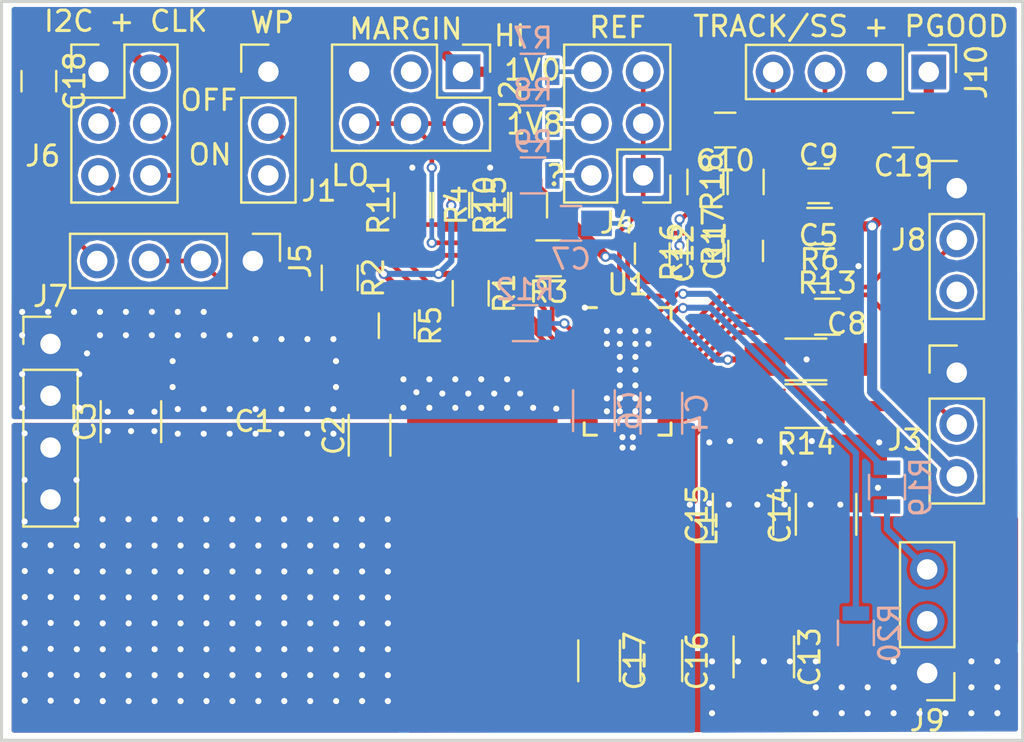
<source format=kicad_pcb>
(kicad_pcb (version 4) (host pcbnew 4.0.7)
  (layers (0 F.Cu signal) (31 B.Cu signal) (34 B.Paste user) (35 F.Paste user) (36 B.SilkS user) (37 F.SilkS user) (38 B.Mask user) (39 F.Mask user) (44 Edge.Cuts user))
  (net 0 "")
  (net 1 +BATT)
  (net 2 GND)
  (net 3 "Net-(C5-Pad1)")
  (net 4 REF)
  (net 5 VDD)
  (net 6 TRACK/SS)
  (net 7 "Net-(C10-Pad1)")
  (net 8 "Net-(C10-Pad2)")
  (net 9 "Net-(C11-Pad1)")
  (net 10 "Net-(C11-Pad2)")
  (net 11 "Net-(C12-Pad2)")
  (net 12 +1V8)
  (net 13 "Net-(J1-Pad2)")
  (net 14 "Net-(J1-Pad3)")
  (net 15 "Net-(J2-Pad2)")
  (net 16 "Net-(J2-Pad3)")
  (net 17 RUN_MSTR)
  (net 18 "Net-(J4-Pad2)")
  (net 19 "Net-(J4-Pad4)")
  (net 20 "Net-(J4-Pad6)")
  (net 21 MODE/SYNC)
  (net 22 RUN_STBY)
  (net 23 "Net-(J8-Pad3)")
  (net 24 ~ALERT)
  (net 25 SDA)
  (net 26 PGLM)
  (net 27 SCL)
  (net 28 PGOOD)
  (net 29 "Net-(R10-Pad2)")
  (net 30 "Net-(R12-Pad1)")
  (net 31 "Net-(R13-Pad1)")
  (net 32 VCC_SENSE)
  (net 33 VSS_SENSE)
  (net 34 CLKOUT)
  (net 35 /SW)
  (module zerocool-tec:VIA_0.6 (layer F.Cu) (at 35.314 34.144)
    (fp_text reference REF** hide)
    (fp_text value VIA_0.6 hide)
    (pad "" thru_hole circle (at 0 0) (size 0.6 0.6) (drill 0.3) (layers *.Cu) (net 2 GND))
  )
  (module zerocool-tec:VIA_0.6 (layer F.Cu) (at 37.854 34.2075)
    (fp_text reference REF** hide)
    (fp_text value VIA_0.6 hide)
    (pad "" thru_hole circle (at 0 0) (size 0.6 0.6) (drill 0.3) (layers *.Cu) (net 2 GND))
  )
  (module zerocool-tec:VIA_0.6 (layer F.Cu) (at 39.124 34.2075)
    (fp_text reference REF** hide)
    (fp_text value VIA_0.6 hide)
    (pad "" thru_hole circle (at 0 0) (size 0.6 0.6) (drill 0.3) (layers *.Cu) (net 2 GND))
  )
  (module zerocool-tec:VIA_0.6 (layer F.Cu) (at 36.584 34.2075)
    (fp_text reference REF** hide)
    (fp_text value VIA_0.6 hide)
    (pad "" thru_hole circle (at 0 0) (size 0.6 0.6) (drill 0.3) (layers *.Cu) (net 2 GND))
  )
  (module zerocool-tec:VIA_0.6 (layer F.Cu) (at 40.394 34.2075)
    (fp_text reference REF** hide)
    (fp_text value VIA_0.6 hide)
    (pad "" thru_hole circle (at 0 0) (size 0.6 0.6) (drill 0.3) (layers *.Cu) (net 2 GND))
  )
  (module zerocool-tec:VIA_0.5 (layer F.Cu) (at 56.0705 39.6495)
    (fp_text reference REF** hide)
    (fp_text value VIA_0.6 hide)
    (pad "" thru_hole circle (at 0 0) (size 0.5 0.5) (drill 0.3) (layers *.Cu) (net 2 GND))
  )
  (module zerocool-tec:VIA_0.5 (layer F.Cu) (at 54.61 39.6495)
    (fp_text reference REF** hide)
    (fp_text value VIA_0.6 hide)
    (pad "" thru_hole circle (at 0 0) (size 0.5 0.5) (drill 0.3) (layers *.Cu) (net 2 GND))
  )
  (module zerocool-tec:VIA_0.5 (layer F.Cu) (at 52.0065 39.6495)
    (fp_text reference REF** hide)
    (fp_text value VIA_0.6 hide)
    (pad "" thru_hole circle (at 0 0) (size 0.5 0.5) (drill 0.3) (layers *.Cu) (net 2 GND))
  )
  (module zerocool-tec:VIA_0.5 (layer F.Cu) (at 50.6095 39.6495)
    (fp_text reference REF** hide)
    (fp_text value VIA_0.6 hide)
    (pad "" thru_hole circle (at 0 0) (size 0.5 0.5) (drill 0.3) (layers *.Cu) (net 2 GND))
  )
  (module zerocool-tec:VIA_0.5 (layer F.Cu) (at 54.6735 36.538)
    (fp_text reference REF** hide)
    (fp_text value VIA_0.6 hide)
    (pad "" thru_hole circle (at 0 0) (size 0.5 0.5) (drill 0.3) (layers *.Cu) (net 2 GND))
  )
  (module zerocool-tec:VIA_0.5 (layer F.Cu) (at 52.1335 36.538)
    (fp_text reference REF** hide)
    (fp_text value VIA_0.6 hide)
    (pad "" thru_hole circle (at 0 0) (size 0.5 0.5) (drill 0.3) (layers *.Cu) (net 2 GND))
  )
  (module zerocool-tec:VIA_0.5 (layer F.Cu) (at 50.673 36.538)
    (fp_text reference REF** hide)
    (fp_text value VIA_0.6 hide)
    (pad "" thru_hole circle (at 0 0) (size 0.5 0.5) (drill 0.3) (layers *.Cu) (net 2 GND))
  )
  (module zerocool-tec:VIA_0.6 (layer F.Cu) (at 57.9755 36.6015)
    (fp_text reference REF** hide)
    (fp_text value VIA_0.6 hide)
    (pad "" thru_hole circle (at 0 0) (size 0.6 0.6) (drill 0.3) (layers *.Cu) (net 2 GND))
  )
  (module zerocool-tec:VIA_0.6 (layer F.Cu) (at 57.912 38.824)
    (fp_text reference REF** hide)
    (fp_text value VIA_0.6 hide)
    (pad "" thru_hole circle (at 0 0) (size 0.6 0.6) (drill 0.3) (layers *.Cu) (net 2 GND))
  )
  (module zerocool-tec:VIA_0.6 (layer F.Cu) (at 53.34 38.6335)
    (fp_text reference REF** hide)
    (fp_text value VIA_0.6 hide)
    (pad "" thru_hole circle (at 0 0) (size 0.6 0.6) (drill 0.3) (layers *.Cu) (net 2 GND))
  )
  (module zerocool-tec:VIA_0.6 (layer F.Cu) (at 53.34 37.6175)
    (fp_text reference REF** hide)
    (fp_text value VIA_0.6 hide)
    (pad "" thru_hole circle (at 0 0) (size 0.6 0.6) (drill 0.3) (layers *.Cu) (net 2 GND))
  )
  (module zerocool-tec:VIA_0.6 (layer F.Cu) (at 53.34 36.6015)
    (fp_text reference REF** hide)
    (fp_text value VIA_0.6 hide)
    (pad "" thru_hole circle (at 0 0) (size 0.6 0.6) (drill 0.3) (layers *.Cu) (net 2 GND))
  )
  (module zerocool-tec:VIA_0.6 (layer F.Cu) (at 53.34 39.6495)
    (fp_text reference REF** hide)
    (fp_text value VIA_0.6 hide)
    (pad "" thru_hole circle (at 0 0) (size 0.6 0.6) (drill 0.3) (layers *.Cu) (net 2 GND))
  )
  (module zerocool-tec:VIA_0.6 (layer F.Cu) (at 49.657 39.586)
    (fp_text reference REF** hide)
    (fp_text value VIA_0.6 hide)
    (pad "" thru_hole circle (at 0 0) (size 0.6 0.6) (drill 0.3) (layers *.Cu) (net 2 GND))
  )
  (module zerocool-tec:VIA_0.6 (layer F.Cu) (at 58.68 48.6)
    (fp_text reference REF** hide)
    (fp_text value VIA_0.6 hide)
    (pad "" thru_hole circle (at 0 0) (size 0.6 0.6) (drill 0.3) (layers *.Cu) (net 2 GND))
  )
  (module zerocool-tec:VIA_0.6 (layer F.Cu) (at 58.68 47.33)
    (fp_text reference REF** hide)
    (fp_text value VIA_0.6 hide)
    (pad "" thru_hole circle (at 0 0) (size 0.6 0.6) (drill 0.3) (layers *.Cu) (net 2 GND))
  )
  (module zerocool-tec:VIA_0.6 (layer F.Cu) (at 62.49 48.6)
    (fp_text reference REF** hide)
    (fp_text value VIA_0.6 hide)
    (pad "" thru_hole circle (at 0 0) (size 0.6 0.6) (drill 0.3) (layers *.Cu) (net 2 GND))
  )
  (module zerocool-tec:VIA_0.6 (layer F.Cu) (at 62.49 47.33)
    (fp_text reference REF** hide)
    (fp_text value VIA_0.6 hide)
    (pad "" thru_hole circle (at 0 0) (size 0.6 0.6) (drill 0.3) (layers *.Cu) (net 2 GND))
  )
  (module zerocool-tec:VIA_0.6 (layer F.Cu) (at 63.76 47.33)
    (fp_text reference REF** hide)
    (fp_text value VIA_0.6 hide)
    (pad "" thru_hole circle (at 0 0) (size 0.6 0.6) (drill 0.3) (layers *.Cu) (net 2 GND))
  )
  (module zerocool-tec:VIA_0.6 (layer F.Cu) (at 63.76 48.6)
    (fp_text reference REF** hide)
    (fp_text value VIA_0.6 hide)
    (pad "" thru_hole circle (at 0 0) (size 0.6 0.6) (drill 0.3) (layers *.Cu) (net 2 GND))
  )
  (module zerocool-tec:VIA_0.6 (layer F.Cu) (at 63.76 49.87)
    (fp_text reference REF** hide)
    (fp_text value VIA_0.6 hide)
    (pad "" thru_hole circle (at 0 0) (size 0.6 0.6) (drill 0.3) (layers *.Cu) (net 2 GND))
  )
  (module zerocool-tec:VIA_0.6 (layer F.Cu) (at 62.49 49.87)
    (fp_text reference REF** hide)
    (fp_text value VIA_0.6 hide)
    (pad "" thru_hole circle (at 0 0) (size 0.6 0.6) (drill 0.3) (layers *.Cu) (net 2 GND))
  )
  (module zerocool-tec:VIA_0.6 (layer F.Cu) (at 61.22 49.87)
    (fp_text reference REF** hide)
    (fp_text value VIA_0.6 hide)
    (pad "" thru_hole circle (at 0 0) (size 0.6 0.6) (drill 0.3) (layers *.Cu) (net 2 GND))
  )
  (module zerocool-tec:VIA_0.6 (layer F.Cu) (at 59.95 49.87)
    (fp_text reference REF** hide)
    (fp_text value VIA_0.6 hide)
    (pad "" thru_hole circle (at 0 0) (size 0.6 0.6) (drill 0.3) (layers *.Cu) (net 2 GND))
  )
  (module zerocool-tec:VIA_0.6 (layer F.Cu) (at 58.68 49.87)
    (fp_text reference REF** hide)
    (fp_text value VIA_0.6 hide)
    (pad "" thru_hole circle (at 0 0) (size 0.6 0.6) (drill 0.3) (layers *.Cu) (net 2 GND))
  )
  (module zerocool-tec:VIA_0.6 (layer F.Cu) (at 57.41 49.87)
    (fp_text reference REF** hide)
    (fp_text value VIA_0.6 hide)
    (pad "" thru_hole circle (at 0 0) (size 0.6 0.6) (drill 0.3) (layers *.Cu) (net 2 GND))
  )
  (module zerocool-tec:VIA_0.6 (layer F.Cu) (at 56.14 49.87)
    (fp_text reference REF** hide)
    (fp_text value VIA_0.6 hide)
    (pad "" thru_hole circle (at 0 0) (size 0.6 0.6) (drill 0.3) (layers *.Cu) (net 2 GND))
  )
  (module zerocool-tec:VIA_0.6 (layer F.Cu) (at 57.41 48.6)
    (fp_text reference REF** hide)
    (fp_text value VIA_0.6 hide)
    (pad "" thru_hole circle (at 0 0) (size 0.6 0.6) (drill 0.3) (layers *.Cu) (net 2 GND))
  )
  (module zerocool-tec:VIA_0.6 (layer F.Cu) (at 56.14 48.6)
    (fp_text reference REF** hide)
    (fp_text value VIA_0.6 hide)
    (pad "" thru_hole circle (at 0 0) (size 0.6 0.6) (drill 0.3) (layers *.Cu) (net 2 GND))
  )
  (module zerocool-tec:VIA_0.6 (layer F.Cu) (at 54.87 49.87)
    (fp_text reference REF** hide)
    (fp_text value VIA_0.6 hide)
    (pad "" thru_hole circle (at 0 0) (size 0.6 0.6) (drill 0.3) (layers *.Cu) (net 2 GND))
  )
  (module zerocool-tec:VIA_0.6 (layer F.Cu) (at 54.87 48.6)
    (fp_text reference REF** hide)
    (fp_text value VIA_0.6 hide)
    (pad "" thru_hole circle (at 0 0) (size 0.6 0.6) (drill 0.3) (layers *.Cu) (net 2 GND))
  )
  (module zerocool-tec:VIA_0.6 (layer F.Cu) (at 54.87 47.33)
    (fp_text reference REF** hide)
    (fp_text value VIA_0.6 hide)
    (pad "" thru_hole circle (at 0 0) (size 0.6 0.6) (drill 0.3) (layers *.Cu) (net 2 GND))
  )
  (module zerocool-tec:VIA_0.6 (layer F.Cu) (at 53.6 47.33)
    (fp_text reference REF** hide)
    (fp_text value VIA_0.6 hide)
    (pad "" thru_hole circle (at 0 0) (size 0.6 0.6) (drill 0.3) (layers *.Cu) (net 2 GND))
  )
  (module zerocool-tec:VIA_0.6 (layer F.Cu) (at 52.33 47.33)
    (fp_text reference REF** hide)
    (fp_text value VIA_0.6 hide)
    (pad "" thru_hole circle (at 0 0) (size 0.6 0.6) (drill 0.3) (layers *.Cu) (net 2 GND))
  )
  (module zerocool-tec:VIA_0.6 (layer F.Cu) (at 51.06 47.33)
    (fp_text reference REF** hide)
    (fp_text value VIA_0.6 hide)
    (pad "" thru_hole circle (at 0 0) (size 0.6 0.6) (drill 0.3) (layers *.Cu) (net 2 GND))
  )
  (module zerocool-tec:VIA_0.6 (layer F.Cu) (at 49.79 49.87)
    (fp_text reference REF** hide)
    (fp_text value VIA_0.6 hide)
    (pad "" thru_hole circle (at 0 0) (size 0.6 0.6) (drill 0.3) (layers *.Cu) (net 2 GND))
  )
  (module zerocool-tec:VIA_0.6 (layer F.Cu) (at 49.79 48.6)
    (fp_text reference REF** hide)
    (fp_text value VIA_0.6 hide)
    (pad "" thru_hole circle (at 0 0) (size 0.6 0.6) (drill 0.3) (layers *.Cu) (net 2 GND))
  )
  (module zerocool-tec:VIA_0.6 (layer F.Cu) (at 16.129 36.157)
    (fp_text reference REF** hide)
    (fp_text value VIA_0.6 hide)
    (pad "" thru_hole circle (at 0 0) (size 0.6 0.6) (drill 0.3) (layers *.Cu) (net 1 +BATT))
  )
  (module zerocool-tec:VIA_0.6 (layer F.Cu) (at 18.669 36.157)
    (fp_text reference REF** hide)
    (fp_text value VIA_0.6 hide)
    (pad "" thru_hole circle (at 0 0) (size 0.6 0.6) (drill 0.3) (layers *.Cu) (net 1 +BATT))
  )
  (module zerocool-tec:VIA_0.6 (layer F.Cu) (at 18.669 38.443)
    (fp_text reference REF** hide)
    (fp_text value VIA_0.6 hide)
    (pad "" thru_hole circle (at 0 0) (size 0.6 0.6) (drill 0.3) (layers *.Cu) (net 1 +BATT))
  )
  (module zerocool-tec:VIA_0.6 (layer F.Cu) (at 16.129 38.443)
    (fp_text reference REF** hide)
    (fp_text value VIA_0.6 hide)
    (pad "" thru_hole circle (at 0 0) (size 0.6 0.6) (drill 0.3) (layers *.Cu) (net 1 +BATT))
  )
  (module zerocool-tec:VIA_0.6 (layer F.Cu) (at 16.129 40.475)
    (fp_text reference REF** hide)
    (fp_text value VIA_0.6 hide)
    (pad "" thru_hole circle (at 0 0) (size 0.6 0.6) (drill 0.3) (layers *.Cu) (net 1 +BATT))
  )
  (module zerocool-tec:VIA_0.6 (layer F.Cu) (at 21.225 49.276)
    (fp_text reference REF** hide)
    (fp_text value VIA_0.6 hide)
    (pad "" thru_hole circle (at 0 0) (size 0.6 0.6) (drill 0.3) (layers *.Cu) (net 1 +BATT))
  )
  (module zerocool-tec:VIA_0.6 (layer F.Cu) (at 22.495 49.276)
    (fp_text reference REF** hide)
    (fp_text value VIA_0.6 hide)
    (pad "" thru_hole circle (at 0 0) (size 0.6 0.6) (drill 0.3) (layers *.Cu) (net 1 +BATT))
  )
  (module zerocool-tec:VIA_0.6 (layer F.Cu) (at 23.765 49.276)
    (fp_text reference REF** hide)
    (fp_text value VIA_0.6 hide)
    (pad "" thru_hole circle (at 0 0) (size 0.6 0.6) (drill 0.3) (layers *.Cu) (net 1 +BATT))
  )
  (module zerocool-tec:VIA_0.6 (layer F.Cu) (at 18.685 49.276)
    (fp_text reference REF** hide)
    (fp_text value VIA_0.6 hide)
    (pad "" thru_hole circle (at 0 0) (size 0.6 0.6) (drill 0.3) (layers *.Cu) (net 1 +BATT))
  )
  (module zerocool-tec:VIA_0.6 (layer F.Cu) (at 16.137 49.257)
    (fp_text reference REF** hide)
    (fp_text value VIA_0.6 hide)
    (pad "" thru_hole circle (at 0 0) (size 0.6 0.6) (drill 0.3) (layers *.Cu) (net 1 +BATT))
  )
  (module zerocool-tec:VIA_0.6 (layer F.Cu) (at 17.407 49.257)
    (fp_text reference REF** hide)
    (fp_text value VIA_0.6 hide)
    (pad "" thru_hole circle (at 0 0) (size 0.6 0.6) (drill 0.3) (layers *.Cu) (net 1 +BATT))
  )
  (module zerocool-tec:VIA_0.6 (layer F.Cu) (at 19.955 49.276)
    (fp_text reference REF** hide)
    (fp_text value VIA_0.6 hide)
    (pad "" thru_hole circle (at 0 0) (size 0.6 0.6) (drill 0.3) (layers *.Cu) (net 1 +BATT))
  )
  (module zerocool-tec:VIA_0.6 (layer F.Cu) (at 28.845 49.276)
    (fp_text reference REF** hide)
    (fp_text value VIA_0.6 hide)
    (pad "" thru_hole circle (at 0 0) (size 0.6 0.6) (drill 0.3) (layers *.Cu) (net 1 +BATT))
  )
  (module zerocool-tec:VIA_0.6 (layer F.Cu) (at 27.575 49.276)
    (fp_text reference REF** hide)
    (fp_text value VIA_0.6 hide)
    (pad "" thru_hole circle (at 0 0) (size 0.6 0.6) (drill 0.3) (layers *.Cu) (net 1 +BATT))
  )
  (module zerocool-tec:VIA_0.6 (layer F.Cu) (at 26.305 49.276)
    (fp_text reference REF** hide)
    (fp_text value VIA_0.6 hide)
    (pad "" thru_hole circle (at 0 0) (size 0.6 0.6) (drill 0.3) (layers *.Cu) (net 1 +BATT))
  )
  (module zerocool-tec:VIA_0.6 (layer F.Cu) (at 25.035 49.276)
    (fp_text reference REF** hide)
    (fp_text value VIA_0.6 hide)
    (pad "" thru_hole circle (at 0 0) (size 0.6 0.6) (drill 0.3) (layers *.Cu) (net 1 +BATT))
  )
  (module zerocool-tec:VIA_0.6 (layer F.Cu) (at 31.385 49.276)
    (fp_text reference REF** hide)
    (fp_text value VIA_0.6 hide)
    (pad "" thru_hole circle (at 0 0) (size 0.6 0.6) (drill 0.3) (layers *.Cu) (net 1 +BATT))
  )
  (module zerocool-tec:VIA_0.6 (layer F.Cu) (at 30.115 49.276)
    (fp_text reference REF** hide)
    (fp_text value VIA_0.6 hide)
    (pad "" thru_hole circle (at 0 0) (size 0.6 0.6) (drill 0.3) (layers *.Cu) (net 1 +BATT))
  )
  (module zerocool-tec:VIA_0.6 (layer F.Cu) (at 33.917 49.276)
    (fp_text reference REF** hide)
    (fp_text value VIA_0.6 hide)
    (pad "" thru_hole circle (at 0 0) (size 0.6 0.6) (drill 0.3) (layers *.Cu) (net 1 +BATT))
  )
  (module zerocool-tec:VIA_0.6 (layer F.Cu) (at 32.655 49.276)
    (fp_text reference REF** hide)
    (fp_text value VIA_0.6 hide)
    (pad "" thru_hole circle (at 0 0) (size 0.6 0.6) (drill 0.3) (layers *.Cu) (net 1 +BATT))
  )
  (module zerocool-tec:VIA_0.6 (layer F.Cu) (at 21.225 48.006)
    (fp_text reference REF** hide)
    (fp_text value VIA_0.6 hide)
    (pad "" thru_hole circle (at 0 0) (size 0.6 0.6) (drill 0.3) (layers *.Cu) (net 1 +BATT))
  )
  (module zerocool-tec:VIA_0.6 (layer F.Cu) (at 22.495 48.006)
    (fp_text reference REF** hide)
    (fp_text value VIA_0.6 hide)
    (pad "" thru_hole circle (at 0 0) (size 0.6 0.6) (drill 0.3) (layers *.Cu) (net 1 +BATT))
  )
  (module zerocool-tec:VIA_0.6 (layer F.Cu) (at 23.765 48.006)
    (fp_text reference REF** hide)
    (fp_text value VIA_0.6 hide)
    (pad "" thru_hole circle (at 0 0) (size 0.6 0.6) (drill 0.3) (layers *.Cu) (net 1 +BATT))
  )
  (module zerocool-tec:VIA_0.6 (layer F.Cu) (at 18.685 48.006)
    (fp_text reference REF** hide)
    (fp_text value VIA_0.6 hide)
    (pad "" thru_hole circle (at 0 0) (size 0.6 0.6) (drill 0.3) (layers *.Cu) (net 1 +BATT))
  )
  (module zerocool-tec:VIA_0.6 (layer F.Cu) (at 16.137 47.987)
    (fp_text reference REF** hide)
    (fp_text value VIA_0.6 hide)
    (pad "" thru_hole circle (at 0 0) (size 0.6 0.6) (drill 0.3) (layers *.Cu) (net 1 +BATT))
  )
  (module zerocool-tec:VIA_0.6 (layer F.Cu) (at 17.407 47.987)
    (fp_text reference REF** hide)
    (fp_text value VIA_0.6 hide)
    (pad "" thru_hole circle (at 0 0) (size 0.6 0.6) (drill 0.3) (layers *.Cu) (net 1 +BATT))
  )
  (module zerocool-tec:VIA_0.6 (layer F.Cu) (at 19.955 48.006)
    (fp_text reference REF** hide)
    (fp_text value VIA_0.6 hide)
    (pad "" thru_hole circle (at 0 0) (size 0.6 0.6) (drill 0.3) (layers *.Cu) (net 1 +BATT))
  )
  (module zerocool-tec:VIA_0.6 (layer F.Cu) (at 28.845 48.006)
    (fp_text reference REF** hide)
    (fp_text value VIA_0.6 hide)
    (pad "" thru_hole circle (at 0 0) (size 0.6 0.6) (drill 0.3) (layers *.Cu) (net 1 +BATT))
  )
  (module zerocool-tec:VIA_0.6 (layer F.Cu) (at 27.575 48.006)
    (fp_text reference REF** hide)
    (fp_text value VIA_0.6 hide)
    (pad "" thru_hole circle (at 0 0) (size 0.6 0.6) (drill 0.3) (layers *.Cu) (net 1 +BATT))
  )
  (module zerocool-tec:VIA_0.6 (layer F.Cu) (at 26.305 48.006)
    (fp_text reference REF** hide)
    (fp_text value VIA_0.6 hide)
    (pad "" thru_hole circle (at 0 0) (size 0.6 0.6) (drill 0.3) (layers *.Cu) (net 1 +BATT))
  )
  (module zerocool-tec:VIA_0.6 (layer F.Cu) (at 25.035 48.006)
    (fp_text reference REF** hide)
    (fp_text value VIA_0.6 hide)
    (pad "" thru_hole circle (at 0 0) (size 0.6 0.6) (drill 0.3) (layers *.Cu) (net 1 +BATT))
  )
  (module zerocool-tec:VIA_0.6 (layer F.Cu) (at 31.385 48.006)
    (fp_text reference REF** hide)
    (fp_text value VIA_0.6 hide)
    (pad "" thru_hole circle (at 0 0) (size 0.6 0.6) (drill 0.3) (layers *.Cu) (net 1 +BATT))
  )
  (module zerocool-tec:VIA_0.6 (layer F.Cu) (at 30.115 48.006)
    (fp_text reference REF** hide)
    (fp_text value VIA_0.6 hide)
    (pad "" thru_hole circle (at 0 0) (size 0.6 0.6) (drill 0.3) (layers *.Cu) (net 1 +BATT))
  )
  (module zerocool-tec:VIA_0.6 (layer F.Cu) (at 33.917 48.006)
    (fp_text reference REF** hide)
    (fp_text value VIA_0.6 hide)
    (pad "" thru_hole circle (at 0 0) (size 0.6 0.6) (drill 0.3) (layers *.Cu) (net 1 +BATT))
  )
  (module zerocool-tec:VIA_0.6 (layer F.Cu) (at 32.655 48.006)
    (fp_text reference REF** hide)
    (fp_text value VIA_0.6 hide)
    (pad "" thru_hole circle (at 0 0) (size 0.6 0.6) (drill 0.3) (layers *.Cu) (net 1 +BATT))
  )
  (module zerocool-tec:VIA_0.6 (layer F.Cu) (at 21.225 46.736)
    (fp_text reference REF** hide)
    (fp_text value VIA_0.6 hide)
    (pad "" thru_hole circle (at 0 0) (size 0.6 0.6) (drill 0.3) (layers *.Cu) (net 1 +BATT))
  )
  (module zerocool-tec:VIA_0.6 (layer F.Cu) (at 22.495 46.736)
    (fp_text reference REF** hide)
    (fp_text value VIA_0.6 hide)
    (pad "" thru_hole circle (at 0 0) (size 0.6 0.6) (drill 0.3) (layers *.Cu) (net 1 +BATT))
  )
  (module zerocool-tec:VIA_0.6 (layer F.Cu) (at 23.765 46.736)
    (fp_text reference REF** hide)
    (fp_text value VIA_0.6 hide)
    (pad "" thru_hole circle (at 0 0) (size 0.6 0.6) (drill 0.3) (layers *.Cu) (net 1 +BATT))
  )
  (module zerocool-tec:VIA_0.6 (layer F.Cu) (at 18.685 46.736)
    (fp_text reference REF** hide)
    (fp_text value VIA_0.6 hide)
    (pad "" thru_hole circle (at 0 0) (size 0.6 0.6) (drill 0.3) (layers *.Cu) (net 1 +BATT))
  )
  (module zerocool-tec:VIA_0.6 (layer F.Cu) (at 16.137 46.717)
    (fp_text reference REF** hide)
    (fp_text value VIA_0.6 hide)
    (pad "" thru_hole circle (at 0 0) (size 0.6 0.6) (drill 0.3) (layers *.Cu) (net 1 +BATT))
  )
  (module zerocool-tec:VIA_0.6 (layer F.Cu) (at 17.407 46.717)
    (fp_text reference REF** hide)
    (fp_text value VIA_0.6 hide)
    (pad "" thru_hole circle (at 0 0) (size 0.6 0.6) (drill 0.3) (layers *.Cu) (net 1 +BATT))
  )
  (module zerocool-tec:VIA_0.6 (layer F.Cu) (at 19.955 46.736)
    (fp_text reference REF** hide)
    (fp_text value VIA_0.6 hide)
    (pad "" thru_hole circle (at 0 0) (size 0.6 0.6) (drill 0.3) (layers *.Cu) (net 1 +BATT))
  )
  (module zerocool-tec:VIA_0.6 (layer F.Cu) (at 28.845 46.736)
    (fp_text reference REF** hide)
    (fp_text value VIA_0.6 hide)
    (pad "" thru_hole circle (at 0 0) (size 0.6 0.6) (drill 0.3) (layers *.Cu) (net 1 +BATT))
  )
  (module zerocool-tec:VIA_0.6 (layer F.Cu) (at 27.575 46.736)
    (fp_text reference REF** hide)
    (fp_text value VIA_0.6 hide)
    (pad "" thru_hole circle (at 0 0) (size 0.6 0.6) (drill 0.3) (layers *.Cu) (net 1 +BATT))
  )
  (module zerocool-tec:VIA_0.6 (layer F.Cu) (at 26.305 46.736)
    (fp_text reference REF** hide)
    (fp_text value VIA_0.6 hide)
    (pad "" thru_hole circle (at 0 0) (size 0.6 0.6) (drill 0.3) (layers *.Cu) (net 1 +BATT))
  )
  (module zerocool-tec:VIA_0.6 (layer F.Cu) (at 25.035 46.736)
    (fp_text reference REF** hide)
    (fp_text value VIA_0.6 hide)
    (pad "" thru_hole circle (at 0 0) (size 0.6 0.6) (drill 0.3) (layers *.Cu) (net 1 +BATT))
  )
  (module zerocool-tec:VIA_0.6 (layer F.Cu) (at 31.385 46.736)
    (fp_text reference REF** hide)
    (fp_text value VIA_0.6 hide)
    (pad "" thru_hole circle (at 0 0) (size 0.6 0.6) (drill 0.3) (layers *.Cu) (net 1 +BATT))
  )
  (module zerocool-tec:VIA_0.6 (layer F.Cu) (at 30.115 46.736)
    (fp_text reference REF** hide)
    (fp_text value VIA_0.6 hide)
    (pad "" thru_hole circle (at 0 0) (size 0.6 0.6) (drill 0.3) (layers *.Cu) (net 1 +BATT))
  )
  (module zerocool-tec:VIA_0.6 (layer F.Cu) (at 33.917 46.736)
    (fp_text reference REF** hide)
    (fp_text value VIA_0.6 hide)
    (pad "" thru_hole circle (at 0 0) (size 0.6 0.6) (drill 0.3) (layers *.Cu) (net 1 +BATT))
  )
  (module zerocool-tec:VIA_0.6 (layer F.Cu) (at 32.655 46.736)
    (fp_text reference REF** hide)
    (fp_text value VIA_0.6 hide)
    (pad "" thru_hole circle (at 0 0) (size 0.6 0.6) (drill 0.3) (layers *.Cu) (net 1 +BATT))
  )
  (module zerocool-tec:VIA_0.6 (layer F.Cu) (at 21.225 45.466)
    (fp_text reference REF** hide)
    (fp_text value VIA_0.6 hide)
    (pad "" thru_hole circle (at 0 0) (size 0.6 0.6) (drill 0.3) (layers *.Cu) (net 1 +BATT))
  )
  (module zerocool-tec:VIA_0.6 (layer F.Cu) (at 22.495 45.466)
    (fp_text reference REF** hide)
    (fp_text value VIA_0.6 hide)
    (pad "" thru_hole circle (at 0 0) (size 0.6 0.6) (drill 0.3) (layers *.Cu) (net 1 +BATT))
  )
  (module zerocool-tec:VIA_0.6 (layer F.Cu) (at 23.765 45.466)
    (fp_text reference REF** hide)
    (fp_text value VIA_0.6 hide)
    (pad "" thru_hole circle (at 0 0) (size 0.6 0.6) (drill 0.3) (layers *.Cu) (net 1 +BATT))
  )
  (module zerocool-tec:VIA_0.6 (layer F.Cu) (at 18.685 45.466)
    (fp_text reference REF** hide)
    (fp_text value VIA_0.6 hide)
    (pad "" thru_hole circle (at 0 0) (size 0.6 0.6) (drill 0.3) (layers *.Cu) (net 1 +BATT))
  )
  (module zerocool-tec:VIA_0.6 (layer F.Cu) (at 16.137 45.447)
    (fp_text reference REF** hide)
    (fp_text value VIA_0.6 hide)
    (pad "" thru_hole circle (at 0 0) (size 0.6 0.6) (drill 0.3) (layers *.Cu) (net 1 +BATT))
  )
  (module zerocool-tec:VIA_0.6 (layer F.Cu) (at 17.407 45.447)
    (fp_text reference REF** hide)
    (fp_text value VIA_0.6 hide)
    (pad "" thru_hole circle (at 0 0) (size 0.6 0.6) (drill 0.3) (layers *.Cu) (net 1 +BATT))
  )
  (module zerocool-tec:VIA_0.6 (layer F.Cu) (at 19.955 45.466)
    (fp_text reference REF** hide)
    (fp_text value VIA_0.6 hide)
    (pad "" thru_hole circle (at 0 0) (size 0.6 0.6) (drill 0.3) (layers *.Cu) (net 1 +BATT))
  )
  (module zerocool-tec:VIA_0.6 (layer F.Cu) (at 28.845 45.466)
    (fp_text reference REF** hide)
    (fp_text value VIA_0.6 hide)
    (pad "" thru_hole circle (at 0 0) (size 0.6 0.6) (drill 0.3) (layers *.Cu) (net 1 +BATT))
  )
  (module zerocool-tec:VIA_0.6 (layer F.Cu) (at 27.575 45.466)
    (fp_text reference REF** hide)
    (fp_text value VIA_0.6 hide)
    (pad "" thru_hole circle (at 0 0) (size 0.6 0.6) (drill 0.3) (layers *.Cu) (net 1 +BATT))
  )
  (module zerocool-tec:VIA_0.6 (layer F.Cu) (at 26.305 45.466)
    (fp_text reference REF** hide)
    (fp_text value VIA_0.6 hide)
    (pad "" thru_hole circle (at 0 0) (size 0.6 0.6) (drill 0.3) (layers *.Cu) (net 1 +BATT))
  )
  (module zerocool-tec:VIA_0.6 (layer F.Cu) (at 25.035 45.466)
    (fp_text reference REF** hide)
    (fp_text value VIA_0.6 hide)
    (pad "" thru_hole circle (at 0 0) (size 0.6 0.6) (drill 0.3) (layers *.Cu) (net 1 +BATT))
  )
  (module zerocool-tec:VIA_0.6 (layer F.Cu) (at 31.385 45.466)
    (fp_text reference REF** hide)
    (fp_text value VIA_0.6 hide)
    (pad "" thru_hole circle (at 0 0) (size 0.6 0.6) (drill 0.3) (layers *.Cu) (net 1 +BATT))
  )
  (module zerocool-tec:VIA_0.6 (layer F.Cu) (at 30.115 45.466)
    (fp_text reference REF** hide)
    (fp_text value VIA_0.6 hide)
    (pad "" thru_hole circle (at 0 0) (size 0.6 0.6) (drill 0.3) (layers *.Cu) (net 1 +BATT))
  )
  (module zerocool-tec:VIA_0.6 (layer F.Cu) (at 33.917 45.466)
    (fp_text reference REF** hide)
    (fp_text value VIA_0.6 hide)
    (pad "" thru_hole circle (at 0 0) (size 0.6 0.6) (drill 0.3) (layers *.Cu) (net 1 +BATT))
  )
  (module zerocool-tec:VIA_0.6 (layer F.Cu) (at 32.655 45.466)
    (fp_text reference REF** hide)
    (fp_text value VIA_0.6 hide)
    (pad "" thru_hole circle (at 0 0) (size 0.6 0.6) (drill 0.3) (layers *.Cu) (net 1 +BATT))
  )
  (module zerocool-tec:VIA_0.6 (layer F.Cu) (at 21.225 44.196)
    (fp_text reference REF** hide)
    (fp_text value VIA_0.6 hide)
    (pad "" thru_hole circle (at 0 0) (size 0.6 0.6) (drill 0.3) (layers *.Cu) (net 1 +BATT))
  )
  (module zerocool-tec:VIA_0.6 (layer F.Cu) (at 22.495 44.196)
    (fp_text reference REF** hide)
    (fp_text value VIA_0.6 hide)
    (pad "" thru_hole circle (at 0 0) (size 0.6 0.6) (drill 0.3) (layers *.Cu) (net 1 +BATT))
  )
  (module zerocool-tec:VIA_0.6 (layer F.Cu) (at 23.765 44.196)
    (fp_text reference REF** hide)
    (fp_text value VIA_0.6 hide)
    (pad "" thru_hole circle (at 0 0) (size 0.6 0.6) (drill 0.3) (layers *.Cu) (net 1 +BATT))
  )
  (module zerocool-tec:VIA_0.6 (layer F.Cu) (at 18.685 44.196)
    (fp_text reference REF** hide)
    (fp_text value VIA_0.6 hide)
    (pad "" thru_hole circle (at 0 0) (size 0.6 0.6) (drill 0.3) (layers *.Cu) (net 1 +BATT))
  )
  (module zerocool-tec:VIA_0.6 (layer F.Cu) (at 16.137 44.177)
    (fp_text reference REF** hide)
    (fp_text value VIA_0.6 hide)
    (pad "" thru_hole circle (at 0 0) (size 0.6 0.6) (drill 0.3) (layers *.Cu) (net 1 +BATT))
  )
  (module zerocool-tec:VIA_0.6 (layer F.Cu) (at 17.407 44.177)
    (fp_text reference REF** hide)
    (fp_text value VIA_0.6 hide)
    (pad "" thru_hole circle (at 0 0) (size 0.6 0.6) (drill 0.3) (layers *.Cu) (net 1 +BATT))
  )
  (module zerocool-tec:VIA_0.6 (layer F.Cu) (at 19.955 44.196)
    (fp_text reference REF** hide)
    (fp_text value VIA_0.6 hide)
    (pad "" thru_hole circle (at 0 0) (size 0.6 0.6) (drill 0.3) (layers *.Cu) (net 1 +BATT))
  )
  (module zerocool-tec:VIA_0.6 (layer F.Cu) (at 28.845 44.196)
    (fp_text reference REF** hide)
    (fp_text value VIA_0.6 hide)
    (pad "" thru_hole circle (at 0 0) (size 0.6 0.6) (drill 0.3) (layers *.Cu) (net 1 +BATT))
  )
  (module zerocool-tec:VIA_0.6 (layer F.Cu) (at 27.575 44.196)
    (fp_text reference REF** hide)
    (fp_text value VIA_0.6 hide)
    (pad "" thru_hole circle (at 0 0) (size 0.6 0.6) (drill 0.3) (layers *.Cu) (net 1 +BATT))
  )
  (module zerocool-tec:VIA_0.6 (layer F.Cu) (at 26.305 44.196)
    (fp_text reference REF** hide)
    (fp_text value VIA_0.6 hide)
    (pad "" thru_hole circle (at 0 0) (size 0.6 0.6) (drill 0.3) (layers *.Cu) (net 1 +BATT))
  )
  (module zerocool-tec:VIA_0.6 (layer F.Cu) (at 25.035 44.196)
    (fp_text reference REF** hide)
    (fp_text value VIA_0.6 hide)
    (pad "" thru_hole circle (at 0 0) (size 0.6 0.6) (drill 0.3) (layers *.Cu) (net 1 +BATT))
  )
  (module zerocool-tec:VIA_0.6 (layer F.Cu) (at 31.385 44.196)
    (fp_text reference REF** hide)
    (fp_text value VIA_0.6 hide)
    (pad "" thru_hole circle (at 0 0) (size 0.6 0.6) (drill 0.3) (layers *.Cu) (net 1 +BATT))
  )
  (module zerocool-tec:VIA_0.6 (layer F.Cu) (at 30.115 44.196)
    (fp_text reference REF** hide)
    (fp_text value VIA_0.6 hide)
    (pad "" thru_hole circle (at 0 0) (size 0.6 0.6) (drill 0.3) (layers *.Cu) (net 1 +BATT))
  )
  (module zerocool-tec:VIA_0.6 (layer F.Cu) (at 33.917 44.196)
    (fp_text reference REF** hide)
    (fp_text value VIA_0.6 hide)
    (pad "" thru_hole circle (at 0 0) (size 0.6 0.6) (drill 0.3) (layers *.Cu) (net 1 +BATT))
  )
  (module zerocool-tec:VIA_0.6 (layer F.Cu) (at 32.655 44.196)
    (fp_text reference REF** hide)
    (fp_text value VIA_0.6 hide)
    (pad "" thru_hole circle (at 0 0) (size 0.6 0.6) (drill 0.3) (layers *.Cu) (net 1 +BATT))
  )
  (module zerocool-tec:VIA_0.6 (layer F.Cu) (at 21.225 42.926)
    (fp_text reference REF** hide)
    (fp_text value VIA_0.6 hide)
    (pad "" thru_hole circle (at 0 0) (size 0.6 0.6) (drill 0.3) (layers *.Cu) (net 1 +BATT))
  )
  (module zerocool-tec:VIA_0.6 (layer F.Cu) (at 22.495 42.926)
    (fp_text reference REF** hide)
    (fp_text value VIA_0.6 hide)
    (pad "" thru_hole circle (at 0 0) (size 0.6 0.6) (drill 0.3) (layers *.Cu) (net 1 +BATT))
  )
  (module zerocool-tec:VIA_0.6 (layer F.Cu) (at 23.765 42.926)
    (fp_text reference REF** hide)
    (fp_text value VIA_0.6 hide)
    (pad "" thru_hole circle (at 0 0) (size 0.6 0.6) (drill 0.3) (layers *.Cu) (net 1 +BATT))
  )
  (module zerocool-tec:VIA_0.6 (layer F.Cu) (at 18.685 42.926)
    (fp_text reference REF** hide)
    (fp_text value VIA_0.6 hide)
    (pad "" thru_hole circle (at 0 0) (size 0.6 0.6) (drill 0.3) (layers *.Cu) (net 1 +BATT))
  )
  (module zerocool-tec:VIA_0.6 (layer F.Cu) (at 16.137 42.907)
    (fp_text reference REF** hide)
    (fp_text value VIA_0.6 hide)
    (pad "" thru_hole circle (at 0 0) (size 0.6 0.6) (drill 0.3) (layers *.Cu) (net 1 +BATT))
  )
  (module zerocool-tec:VIA_0.6 (layer F.Cu) (at 17.407 42.907)
    (fp_text reference REF** hide)
    (fp_text value VIA_0.6 hide)
    (pad "" thru_hole circle (at 0 0) (size 0.6 0.6) (drill 0.3) (layers *.Cu) (net 1 +BATT))
  )
  (module zerocool-tec:VIA_0.6 (layer F.Cu) (at 19.955 42.926)
    (fp_text reference REF** hide)
    (fp_text value VIA_0.6 hide)
    (pad "" thru_hole circle (at 0 0) (size 0.6 0.6) (drill 0.3) (layers *.Cu) (net 1 +BATT))
  )
  (module zerocool-tec:VIA_0.6 (layer F.Cu) (at 28.845 42.926)
    (fp_text reference REF** hide)
    (fp_text value VIA_0.6 hide)
    (pad "" thru_hole circle (at 0 0) (size 0.6 0.6) (drill 0.3) (layers *.Cu) (net 1 +BATT))
  )
  (module zerocool-tec:VIA_0.6 (layer F.Cu) (at 27.575 42.926)
    (fp_text reference REF** hide)
    (fp_text value VIA_0.6 hide)
    (pad "" thru_hole circle (at 0 0) (size 0.6 0.6) (drill 0.3) (layers *.Cu) (net 1 +BATT))
  )
  (module zerocool-tec:VIA_0.6 (layer F.Cu) (at 26.305 42.926)
    (fp_text reference REF** hide)
    (fp_text value VIA_0.6 hide)
    (pad "" thru_hole circle (at 0 0) (size 0.6 0.6) (drill 0.3) (layers *.Cu) (net 1 +BATT))
  )
  (module zerocool-tec:VIA_0.6 (layer F.Cu) (at 25.035 42.926)
    (fp_text reference REF** hide)
    (fp_text value VIA_0.6 hide)
    (pad "" thru_hole circle (at 0 0) (size 0.6 0.6) (drill 0.3) (layers *.Cu) (net 1 +BATT))
  )
  (module zerocool-tec:VIA_0.6 (layer F.Cu) (at 31.385 42.926)
    (fp_text reference REF** hide)
    (fp_text value VIA_0.6 hide)
    (pad "" thru_hole circle (at 0 0) (size 0.6 0.6) (drill 0.3) (layers *.Cu) (net 1 +BATT))
  )
  (module zerocool-tec:VIA_0.6 (layer F.Cu) (at 30.115 42.926)
    (fp_text reference REF** hide)
    (fp_text value VIA_0.6 hide)
    (pad "" thru_hole circle (at 0 0) (size 0.6 0.6) (drill 0.3) (layers *.Cu) (net 1 +BATT))
  )
  (module zerocool-tec:VIA_0.6 (layer F.Cu) (at 33.917 42.926)
    (fp_text reference REF** hide)
    (fp_text value VIA_0.6 hide)
    (pad "" thru_hole circle (at 0 0) (size 0.6 0.6) (drill 0.3) (layers *.Cu) (net 1 +BATT))
  )
  (module zerocool-tec:VIA_0.6 (layer F.Cu) (at 32.655 42.926)
    (fp_text reference REF** hide)
    (fp_text value VIA_0.6 hide)
    (pad "" thru_hole circle (at 0 0) (size 0.6 0.6) (drill 0.3) (layers *.Cu) (net 1 +BATT))
  )
  (module zerocool-tec:VIA_0.6 (layer F.Cu) (at 26.305 41.656)
    (fp_text reference REF** hide)
    (fp_text value VIA_0.6 hide)
    (pad "" thru_hole circle (at 0 0) (size 0.6 0.6) (drill 0.3) (layers *.Cu) (net 1 +BATT))
  )
  (module zerocool-tec:VIA_0.6 (layer F.Cu) (at 27.575 41.656)
    (fp_text reference REF** hide)
    (fp_text value VIA_0.6 hide)
    (pad "" thru_hole circle (at 0 0) (size 0.6 0.6) (drill 0.3) (layers *.Cu) (net 1 +BATT))
  )
  (module zerocool-tec:VIA_0.6 (layer F.Cu) (at 22.495 41.656)
    (fp_text reference REF** hide)
    (fp_text value VIA_0.6 hide)
    (pad "" thru_hole circle (at 0 0) (size 0.6 0.6) (drill 0.3) (layers *.Cu) (net 1 +BATT))
  )
  (module zerocool-tec:VIA_0.6 (layer F.Cu) (at 25.035 41.656)
    (fp_text reference REF** hide)
    (fp_text value VIA_0.6 hide)
    (pad "" thru_hole circle (at 0 0) (size 0.6 0.6) (drill 0.3) (layers *.Cu) (net 1 +BATT))
  )
  (module zerocool-tec:VIA_0.6 (layer F.Cu) (at 21.225 41.656)
    (fp_text reference REF** hide)
    (fp_text value VIA_0.6 hide)
    (pad "" thru_hole circle (at 0 0) (size 0.6 0.6) (drill 0.3) (layers *.Cu) (net 1 +BATT))
  )
  (module zerocool-tec:VIA_0.6 (layer F.Cu) (at 23.765 41.656)
    (fp_text reference REF** hide)
    (fp_text value VIA_0.6 hide)
    (pad "" thru_hole circle (at 0 0) (size 0.6 0.6) (drill 0.3) (layers *.Cu) (net 1 +BATT))
  )
  (module zerocool-tec:VIA_0.6 (layer F.Cu) (at 19.955 41.656)
    (fp_text reference REF** hide)
    (fp_text value VIA_0.6 hide)
    (pad "" thru_hole circle (at 0 0) (size 0.6 0.6) (drill 0.3) (layers *.Cu) (net 1 +BATT))
  )
  (module zerocool-tec:VIA_0.6 (layer F.Cu) (at 18.685 41.656)
    (fp_text reference REF** hide)
    (fp_text value VIA_0.6 hide)
    (pad "" thru_hole circle (at 0 0) (size 0.6 0.6) (drill 0.3) (layers *.Cu) (net 1 +BATT))
  )
  (module zerocool-tec:VIA_0.6 (layer F.Cu) (at 33.917 41.656)
    (fp_text reference REF** hide)
    (fp_text value VIA_0.6 hide)
    (pad "" thru_hole circle (at 0 0) (size 0.6 0.6) (drill 0.3) (layers *.Cu) (net 1 +BATT))
  )
  (module zerocool-tec:VIA_0.6 (layer F.Cu) (at 32.655 41.656)
    (fp_text reference REF** hide)
    (fp_text value VIA_0.6 hide)
    (pad "" thru_hole circle (at 0 0) (size 0.6 0.6) (drill 0.3) (layers *.Cu) (net 1 +BATT))
  )
  (module zerocool-tec:VIA_0.6 (layer F.Cu) (at 28.845 41.656)
    (fp_text reference REF** hide)
    (fp_text value VIA_0.6 hide)
    (pad "" thru_hole circle (at 0 0) (size 0.6 0.6) (drill 0.3) (layers *.Cu) (net 1 +BATT))
  )
  (module zerocool-tec:VIA_0.6 (layer F.Cu) (at 31.385 41.656)
    (fp_text reference REF** hide)
    (fp_text value VIA_0.6 hide)
    (pad "" thru_hole circle (at 0 0) (size 0.6 0.6) (drill 0.3) (layers *.Cu) (net 1 +BATT))
  )
  (module zerocool-tec:VIA_0.6 (layer F.Cu) (at 30.115 41.656)
    (fp_text reference REF** hide)
    (fp_text value VIA_0.6 hide)
    (pad "" thru_hole circle (at 0 0) (size 0.6 0.6) (drill 0.3) (layers *.Cu) (net 1 +BATT))
  )
  (module zerocool-tec:VIA_0.6 (layer F.Cu) (at 16.137 41.637)
    (fp_text reference REF** hide)
    (fp_text value VIA_0.6 hide)
    (pad "" thru_hole circle (at 0 0) (size 0.6 0.6) (drill 0.3) (layers *.Cu) (net 1 +BATT))
  )
  (module zerocool-tec:VIA_0.6 (layer F.Cu) (at 17.407 41.637)
    (fp_text reference REF** hide)
    (fp_text value VIA_0.6 hide)
    (pad "" thru_hole circle (at 0 0) (size 0.6 0.6) (drill 0.3) (layers *.Cu) (net 1 +BATT))
  )
  (module zerocool-tec:VIA_0.6 (layer F.Cu) (at 33.909 40.367)
    (fp_text reference REF** hide)
    (fp_text value VIA_0.6 hide)
    (pad "" thru_hole circle (at 0 0) (size 0.6 0.6) (drill 0.3) (layers *.Cu) (net 1 +BATT))
  )
  (module zerocool-tec:VIA_0.6 (layer F.Cu) (at 28.837 40.367)
    (fp_text reference REF** hide)
    (fp_text value VIA_0.6 hide)
    (pad "" thru_hole circle (at 0 0) (size 0.6 0.6) (drill 0.3) (layers *.Cu) (net 1 +BATT))
  )
  (module zerocool-tec:VIA_0.6 (layer F.Cu) (at 27.567 40.367)
    (fp_text reference REF** hide)
    (fp_text value VIA_0.6 hide)
    (pad "" thru_hole circle (at 0 0) (size 0.6 0.6) (drill 0.3) (layers *.Cu) (net 1 +BATT))
  )
  (module zerocool-tec:VIA_0.6 (layer F.Cu) (at 26.297 40.367)
    (fp_text reference REF** hide)
    (fp_text value VIA_0.6 hide)
    (pad "" thru_hole circle (at 0 0) (size 0.6 0.6) (drill 0.3) (layers *.Cu) (net 1 +BATT))
  )
  (module zerocool-tec:VIA_0.6 (layer F.Cu) (at 32.647 40.367)
    (fp_text reference REF** hide)
    (fp_text value VIA_0.6 hide)
    (pad "" thru_hole circle (at 0 0) (size 0.6 0.6) (drill 0.3) (layers *.Cu) (net 1 +BATT))
  )
  (module zerocool-tec:VIA_0.6 (layer F.Cu) (at 30.107 40.367)
    (fp_text reference REF** hide)
    (fp_text value VIA_0.6 hide)
    (pad "" thru_hole circle (at 0 0) (size 0.6 0.6) (drill 0.3) (layers *.Cu) (net 1 +BATT))
  )
  (module zerocool-tec:VIA_0.6 (layer F.Cu) (at 31.377 40.367)
    (fp_text reference REF** hide)
    (fp_text value VIA_0.6 hide)
    (pad "" thru_hole circle (at 0 0) (size 0.6 0.6) (drill 0.3) (layers *.Cu) (net 1 +BATT))
  )
  (module zerocool-tec:VIA_0.6 (layer F.Cu) (at 21.217 40.367)
    (fp_text reference REF** hide)
    (fp_text value VIA_0.6 hide)
    (pad "" thru_hole circle (at 0 0) (size 0.6 0.6) (drill 0.3) (layers *.Cu) (net 1 +BATT))
  )
  (module zerocool-tec:VIA_0.6 (layer F.Cu) (at 19.947 40.367)
    (fp_text reference REF** hide)
    (fp_text value VIA_0.6 hide)
    (pad "" thru_hole circle (at 0 0) (size 0.6 0.6) (drill 0.3) (layers *.Cu) (net 1 +BATT))
  )
  (module zerocool-tec:VIA_0.6 (layer F.Cu) (at 18.677 40.367)
    (fp_text reference REF** hide)
    (fp_text value VIA_0.6 hide)
    (pad "" thru_hole circle (at 0 0) (size 0.6 0.6) (drill 0.3) (layers *.Cu) (net 1 +BATT))
  )
  (module zerocool-tec:VIA_0.6 (layer F.Cu) (at 25.027 40.367)
    (fp_text reference REF** hide)
    (fp_text value VIA_0.6 hide)
    (pad "" thru_hole circle (at 0 0) (size 0.6 0.6) (drill 0.3) (layers *.Cu) (net 1 +BATT))
  )
  (module zerocool-tec:VIA_0.6 (layer F.Cu) (at 22.487 40.367)
    (fp_text reference REF** hide)
    (fp_text value VIA_0.6 hide)
    (pad "" thru_hole circle (at 0 0) (size 0.6 0.6) (drill 0.3) (layers *.Cu) (net 1 +BATT))
  )
  (module zerocool-tec:VIA_0.6 (layer F.Cu) (at 23.757 40.367)
    (fp_text reference REF** hide)
    (fp_text value VIA_0.6 hide)
    (pad "" thru_hole circle (at 0 0) (size 0.6 0.6) (drill 0.3) (layers *.Cu) (net 1 +BATT))
  )
  (module zerocool-tec:VIA_0.6 (layer F.Cu) (at 42.164 34.9505)
    (fp_text reference REF** hide)
    (fp_text value VIA_0.6 hide)
    (pad "" thru_hole circle (at 0 0) (size 0.6 0.6) (drill 0.3) (layers *.Cu) (net 2 GND))
  )
  (module zerocool-tec:VIA_0.6 (layer F.Cu) (at 41.029 34.906)
    (fp_text reference REF** hide)
    (fp_text value VIA_0.6 hide)
    (pad "" thru_hole circle (at 0 0) (size 0.6 0.6) (drill 0.3) (layers *.Cu) (net 2 GND))
  )
  (module zerocool-tec:VIA_0.6 (layer F.Cu) (at 39.759 33.509)
    (fp_text reference REF** hide)
    (fp_text value VIA_0.6 hide)
    (pad "" thru_hole circle (at 0 0) (size 0.6 0.6) (drill 0.3) (layers *.Cu) (net 2 GND))
  )
  (module zerocool-tec:VIA_0.6 (layer F.Cu) (at 39.759 34.906)
    (fp_text reference REF** hide)
    (fp_text value VIA_0.6 hide)
    (pad "" thru_hole circle (at 0 0) (size 0.6 0.6) (drill 0.3) (layers *.Cu) (net 2 GND))
  )
  (module zerocool-tec:VIA_0.6 (layer F.Cu) (at 38.489 34.906)
    (fp_text reference REF** hide)
    (fp_text value VIA_0.6 hide)
    (pad "" thru_hole circle (at 0 0) (size 0.6 0.6) (drill 0.3) (layers *.Cu) (net 2 GND))
  )
  (module zerocool-tec:VIA_0.6 (layer F.Cu) (at 38.489 33.509)
    (fp_text reference REF** hide)
    (fp_text value VIA_0.6 hide)
    (pad "" thru_hole circle (at 0 0) (size 0.6 0.6) (drill 0.3) (layers *.Cu) (net 2 GND))
  )
  (module zerocool-tec:VIA_0.6 (layer F.Cu) (at 37.219 34.906)
    (fp_text reference REF** hide)
    (fp_text value VIA_0.6 hide)
    (pad "" thru_hole circle (at 0 0) (size 0.6 0.6) (drill 0.3) (layers *.Cu) (net 2 GND))
  )
  (module zerocool-tec:VIA_0.6 (layer F.Cu) (at 37.219 33.509)
    (fp_text reference REF** hide)
    (fp_text value VIA_0.6 hide)
    (pad "" thru_hole circle (at 0 0) (size 0.6 0.6) (drill 0.3) (layers *.Cu) (net 2 GND))
  )
  (module zerocool-tec:VIA_0.6 (layer F.Cu) (at 35.949 33.509)
    (fp_text reference REF** hide)
    (fp_text value VIA_0.6 hide)
    (pad "" thru_hole circle (at 0 0) (size 0.6 0.6) (drill 0.3) (layers *.Cu) (net 2 GND))
  )
  (module zerocool-tec:VIA_0.6 (layer F.Cu) (at 35.949 34.906)
    (fp_text reference REF** hide)
    (fp_text value VIA_0.6 hide)
    (pad "" thru_hole circle (at 0 0) (size 0.6 0.6) (drill 0.3) (layers *.Cu) (net 2 GND))
  )
  (module zerocool-tec:VIA_0.6 (layer F.Cu) (at 34.679 34.906)
    (fp_text reference REF** hide)
    (fp_text value VIA_0.6 hide)
    (pad "" thru_hole circle (at 0 0) (size 0.6 0.6) (drill 0.3) (layers *.Cu) (net 2 GND))
  )
  (module zerocool-tec:VIA_0.6 (layer F.Cu) (at 34.679 33.509)
    (fp_text reference REF** hide)
    (fp_text value VIA_0.6 hide)
    (pad "" thru_hole circle (at 0 0) (size 0.6 0.6) (drill 0.3) (layers *.Cu) (net 2 GND))
  )
  (module zerocool-tec:VIA_0.6 (layer F.Cu) (at 23.376 33.89)
    (fp_text reference REF** hide)
    (fp_text value VIA_0.6 hide)
    (pad "" thru_hole circle (at 0 0) (size 0.6 0.6) (drill 0.3) (layers *.Cu) (net 2 GND))
  )
  (module zerocool-tec:VIA_0.6 (layer F.Cu) (at 23.376 32.62)
    (fp_text reference REF** hide)
    (fp_text value VIA_0.6 hide)
    (pad "" thru_hole circle (at 0 0) (size 0.6 0.6) (drill 0.3) (layers *.Cu) (net 2 GND))
  )
  (module zerocool-tec:VIA_0.6 (layer F.Cu) (at 19.185 32.239)
    (fp_text reference REF** hide)
    (fp_text value VIA_0.6 hide)
    (pad "" thru_hole circle (at 0 0) (size 0.6 0.6) (drill 0.3) (layers *.Cu) (net 2 GND))
  )
  (module zerocool-tec:VIA_0.6 (layer F.Cu) (at 18.804 33.255)
    (fp_text reference REF** hide)
    (fp_text value VIA_0.6 hide)
    (pad "" thru_hole circle (at 0 0) (size 0.6 0.6) (drill 0.3) (layers *.Cu) (net 2 GND))
  )
  (module zerocool-tec:VIA_0.6 (layer F.Cu) (at 18.804 34.906)
    (fp_text reference REF** hide)
    (fp_text value VIA_0.6 hide)
    (pad "" thru_hole circle (at 0 0) (size 0.6 0.6) (drill 0.3) (layers *.Cu) (net 2 GND))
  )
  (module zerocool-tec:VIA_0.6 (layer F.Cu) (at 16.01 33.255)
    (fp_text reference REF** hide)
    (fp_text value VIA_0.6 hide)
    (pad "" thru_hole circle (at 0 0) (size 0.6 0.6) (drill 0.3) (layers *.Cu) (net 2 GND))
  )
  (module zerocool-tec:VIA_0.6 (layer F.Cu) (at 31.377 32.62)
    (fp_text reference REF** hide)
    (fp_text value VIA_0.6 hide)
    (pad "" thru_hole circle (at 0 0) (size 0.6 0.6) (drill 0.3) (layers *.Cu) (net 2 GND))
  )
  (module zerocool-tec:VIA_0.6 (layer F.Cu) (at 31.377 33.89)
    (fp_text reference REF** hide)
    (fp_text value VIA_0.6 hide)
    (pad "" thru_hole circle (at 0 0) (size 0.6 0.6) (drill 0.3) (layers *.Cu) (net 2 GND))
  )
  (module zerocool-tec:VIA_0.6 (layer F.Cu) (at 28.71 31.5405)
    (fp_text reference REF** hide)
    (fp_text value VIA_0.6 hide)
    (pad "" thru_hole circle (at 0 0) (size 0.6 0.6) (drill 0.3) (layers *.Cu) (net 2 GND))
  )
  (module zerocool-tec:VIA_0.6 (layer F.Cu) (at 31.25 31.5405)
    (fp_text reference REF** hide)
    (fp_text value VIA_0.6 hide)
    (pad "" thru_hole circle (at 0 0) (size 0.6 0.6) (drill 0.3) (layers *.Cu) (net 2 GND))
  )
  (module zerocool-tec:VIA_0.6 (layer F.Cu) (at 29.98 31.5405)
    (fp_text reference REF** hide)
    (fp_text value VIA_0.6 hide)
    (pad "" thru_hole circle (at 0 0) (size 0.6 0.6) (drill 0.3) (layers *.Cu) (net 2 GND))
  )
  (module zerocool-tec:VIA_0.6 (layer F.Cu) (at 26.17 31.35)
    (fp_text reference REF** hide)
    (fp_text value VIA_0.6 hide)
    (pad "" thru_hole circle (at 0 0) (size 0.6 0.6) (drill 0.3) (layers *.Cu) (net 2 GND))
  )
  (module zerocool-tec:VIA_0.6 (layer F.Cu) (at 27.44 31.5405)
    (fp_text reference REF** hide)
    (fp_text value VIA_0.6 hide)
    (pad "" thru_hole circle (at 0 0) (size 0.6 0.6) (drill 0.3) (layers *.Cu) (net 2 GND))
  )
  (module zerocool-tec:VIA_0.6 (layer F.Cu) (at 31.25 36.176)
    (fp_text reference REF** hide)
    (fp_text value VIA_0.6 hide)
    (pad "" thru_hole circle (at 0 0) (size 0.6 0.6) (drill 0.3) (layers *.Cu) (net 1 +BATT))
  )
  (module zerocool-tec:VIA_0.6 (layer F.Cu) (at 28.71 36.176)
    (fp_text reference REF** hide)
    (fp_text value VIA_0.6 hide)
    (pad "" thru_hole circle (at 0 0) (size 0.6 0.6) (drill 0.3) (layers *.Cu) (net 1 +BATT))
  )
  (module zerocool-tec:VIA_0.6 (layer F.Cu) (at 29.98 36.176)
    (fp_text reference REF** hide)
    (fp_text value VIA_0.6 hide)
    (pad "" thru_hole circle (at 0 0) (size 0.6 0.6) (drill 0.3) (layers *.Cu) (net 1 +BATT))
  )
  (module zerocool-tec:VIA_0.6 (layer F.Cu) (at 23.63 36.176)
    (fp_text reference REF** hide)
    (fp_text value VIA_0.6 hide)
    (pad "" thru_hole circle (at 0 0) (size 0.6 0.6) (drill 0.3) (layers *.Cu) (net 1 +BATT))
  )
  (module zerocool-tec:VIA_0.6 (layer F.Cu) (at 24.9 36.176)
    (fp_text reference REF** hide)
    (fp_text value VIA_0.6 hide)
    (pad "" thru_hole circle (at 0 0) (size 0.6 0.6) (drill 0.3) (layers *.Cu) (net 1 +BATT))
  )
  (module zerocool-tec:VIA_0.6 (layer F.Cu) (at 26.17 36.176)
    (fp_text reference REF** hide)
    (fp_text value VIA_0.6 hide)
    (pad "" thru_hole circle (at 0 0) (size 0.6 0.6) (drill 0.3) (layers *.Cu) (net 1 +BATT))
  )
  (module zerocool-tec:VIA_0.6 (layer F.Cu) (at 27.44 36.176)
    (fp_text reference REF** hide)
    (fp_text value VIA_0.6 hide)
    (pad "" thru_hole circle (at 0 0) (size 0.6 0.6) (drill 0.3) (layers *.Cu) (net 1 +BATT))
  )
  (module zerocool-tec:VIA_0.5 (layer F.Cu) (at 22.487 36.049)
    (fp_text reference REF** hide)
    (fp_text value VIA_0.6 hide)
    (pad "" thru_hole circle (at 0 0) (size 0.5 0.5) (drill 0.3) (layers *.Cu) (net 1 +BATT))
  )
  (module zerocool-tec:VIA_0.5 (layer F.Cu) (at 20.201 36.049)
    (fp_text reference REF** hide)
    (fp_text value VIA_0.6 hide)
    (pad "" thru_hole circle (at 0 0) (size 0.5 0.5) (drill 0.3) (layers *.Cu) (net 1 +BATT))
  )
  (module zerocool-tec:VIA_0.5 (layer F.Cu) (at 21.344 36.049)
    (fp_text reference REF** hide)
    (fp_text value VIA_0.6 hide)
    (pad "" thru_hole circle (at 0 0) (size 0.5 0.5) (drill 0.3) (layers *.Cu) (net 1 +BATT))
  )
  (module zerocool-tec:VIA_0.5 (layer F.Cu) (at 21.344 35.0965)
    (fp_text reference REF** hide)
    (fp_text value VIA_0.6 hide)
    (pad "" thru_hole circle (at 0 0) (size 0.5 0.5) (drill 0.3) (layers *.Cu) (net 2 GND))
  )
  (module zerocool-tec:VIA_0.5 (layer F.Cu) (at 22.487 35.0965)
    (fp_text reference REF** hide)
    (fp_text value VIA_0.6 hide)
    (pad "" thru_hole circle (at 0 0) (size 0.5 0.5) (drill 0.3) (layers *.Cu) (net 2 GND))
  )
  (module zerocool-tec:VIA_0.6 (layer F.Cu) (at 31.25 34.9695)
    (fp_text reference REF** hide)
    (fp_text value VIA_0.6 hide)
    (pad "" thru_hole circle (at 0 0) (size 0.6 0.6) (drill 0.3) (layers *.Cu) (net 2 GND))
  )
  (module zerocool-tec:VIA_0.6 (layer F.Cu) (at 29.98 34.9695)
    (fp_text reference REF** hide)
    (fp_text value VIA_0.6 hide)
    (pad "" thru_hole circle (at 0 0) (size 0.6 0.6) (drill 0.3) (layers *.Cu) (net 2 GND))
  )
  (module zerocool-tec:VIA_0.6 (layer F.Cu) (at 28.71 34.9695)
    (fp_text reference REF** hide)
    (fp_text value VIA_0.6 hide)
    (pad "" thru_hole circle (at 0 0) (size 0.6 0.6) (drill 0.3) (layers *.Cu) (net 2 GND))
  )
  (module zerocool-tec:VIA_0.6 (layer F.Cu) (at 26.17 34.9695)
    (fp_text reference REF** hide)
    (fp_text value VIA_0.6 hide)
    (pad "" thru_hole circle (at 0 0) (size 0.6 0.6) (drill 0.3) (layers *.Cu) (net 2 GND))
  )
  (module zerocool-tec:VIA_0.6 (layer F.Cu) (at 27.44 34.9695)
    (fp_text reference REF** hide)
    (fp_text value VIA_0.6 hide)
    (pad "" thru_hole circle (at 0 0) (size 0.6 0.6) (drill 0.3) (layers *.Cu) (net 2 GND))
  )
  (module zerocool-tec:VIA_0.6 (layer F.Cu) (at 24.9 34.9695)
    (fp_text reference REF** hide)
    (fp_text value VIA_0.6 hide)
    (pad "" thru_hole circle (at 0 0) (size 0.6 0.6) (drill 0.3) (layers *.Cu) (net 2 GND))
  )
  (module zerocool-tec:VIA_0.6 (layer F.Cu) (at 23.63 34.9695)
    (fp_text reference REF** hide)
    (fp_text value VIA_0.6 hide)
    (pad "" thru_hole circle (at 0 0) (size 0.6 0.6) (drill 0.3) (layers *.Cu) (net 2 GND))
  )
  (module zerocool-tec:VIA_0.6 (layer F.Cu) (at 16.01 34.906)
    (fp_text reference REF** hide)
    (fp_text value VIA_0.6 hide)
    (pad "" thru_hole circle (at 0 0) (size 0.6 0.6) (drill 0.3) (layers *.Cu) (net 2 GND))
  )
  (module zerocool-tec:VIA_0.6 (layer F.Cu) (at 19.82 31.35)
    (fp_text reference REF** hide)
    (fp_text value VIA_0.6 hide)
    (pad "" thru_hole circle (at 0 0) (size 0.6 0.6) (drill 0.3) (layers *.Cu) (net 2 GND))
  )
  (module zerocool-tec:VIA_0.6 (layer F.Cu) (at 16.01 31.35)
    (fp_text reference REF** hide)
    (fp_text value VIA_0.6 hide)
    (pad "" thru_hole circle (at 0 0) (size 0.6 0.6) (drill 0.3) (layers *.Cu) (net 2 GND))
  )
  (module zerocool-tec:VIA_0.6 (layer F.Cu) (at 23.63 31.35)
    (fp_text reference REF** hide)
    (fp_text value VIA_0.6 hide)
    (pad "" thru_hole circle (at 0 0) (size 0.6 0.6) (drill 0.3) (layers *.Cu) (net 2 GND))
  )
  (module zerocool-tec:VIA_0.6 (layer F.Cu) (at 22.36 31.35)
    (fp_text reference REF** hide)
    (fp_text value VIA_0.6 hide)
    (pad "" thru_hole circle (at 0 0) (size 0.6 0.6) (drill 0.3) (layers *.Cu) (net 2 GND))
  )
  (module zerocool-tec:VIA_0.6 (layer F.Cu) (at 24.9 31.35)
    (fp_text reference REF** hide)
    (fp_text value VIA_0.6 hide)
    (pad "" thru_hole circle (at 0 0) (size 0.6 0.6) (drill 0.3) (layers *.Cu) (net 2 GND))
  )
  (module zerocool-tec:VIA_0.6 (layer F.Cu) (at 21.09 31.35)
    (fp_text reference REF** hide)
    (fp_text value VIA_0.6 hide)
    (pad "" thru_hole circle (at 0 0) (size 0.6 0.6) (drill 0.3) (layers *.Cu) (net 2 GND))
  )
  (module zerocool-tec:VIA_0.6 (layer F.Cu) (at 23.63 30.207)
    (fp_text reference REF** hide)
    (fp_text value VIA_0.6 hide)
    (pad "" thru_hole circle (at 0 0) (size 0.6 0.6) (drill 0.3) (layers *.Cu) (net 2 GND))
  )
  (module zerocool-tec:VIA_0.6 (layer F.Cu) (at 24.9 30.207)
    (fp_text reference REF** hide)
    (fp_text value VIA_0.6 hide)
    (pad "" thru_hole circle (at 0 0) (size 0.6 0.6) (drill 0.3) (layers *.Cu) (net 2 GND))
  )
  (module zerocool-tec:VIA_0.6 (layer F.Cu) (at 21.09 30.207)
    (fp_text reference REF** hide)
    (fp_text value VIA_0.6 hide)
    (pad "" thru_hole circle (at 0 0) (size 0.6 0.6) (drill 0.3) (layers *.Cu) (net 2 GND))
  )
  (module zerocool-tec:VIA_0.6 (layer F.Cu) (at 22.36 30.207)
    (fp_text reference REF** hide)
    (fp_text value VIA_0.6 hide)
    (pad "" thru_hole circle (at 0 0) (size 0.6 0.6) (drill 0.3) (layers *.Cu) (net 2 GND))
  )
  (module zerocool-tec:VIA_0.6 (layer F.Cu) (at 18.55 30.207)
    (fp_text reference REF** hide)
    (fp_text value VIA_0.6 hide)
    (pad "" thru_hole circle (at 0 0) (size 0.6 0.6) (drill 0.3) (layers *.Cu) (net 2 GND))
  )
  (module zerocool-tec:VIA_0.6 (layer F.Cu) (at 19.82 30.207)
    (fp_text reference REF** hide)
    (fp_text value VIA_0.6 hide)
    (pad "" thru_hole circle (at 0 0) (size 0.6 0.6) (drill 0.3) (layers *.Cu) (net 2 GND))
  )
  (module zerocool-tec:VIA_0.6 (layer F.Cu) (at 17.28 30.207)
    (fp_text reference REF** hide)
    (fp_text value VIA_0.6 hide)
    (pad "" thru_hole circle (at 0 0) (size 0.6 0.6) (drill 0.3) (layers *.Cu) (net 2 GND))
  )
  (module zerocool-tec:VIA_0.6 (layer F.Cu) (at 49.79 47.33)
    (fp_text reference REF** hide)
    (fp_text value VIA_0.6 hide)
    (pad "" thru_hole circle (at 0 0) (size 0.6 0.6) (drill 0.3) (layers *.Cu) (net 2 GND))
  )
  (module zerocool-tec:VIA_0.5 (layer F.Cu) (at 44.6405 35.0774)
    (fp_text reference REF** hide)
    (fp_text value VIA_0.6 hide)
    (pad "" thru_hole circle (at 0 0) (size 0.5 0.5) (drill 0.3) (layers *.Cu) (net 2 GND))
  )
  (module zerocool-tec:VIA_0.5 (layer F.Cu) (at 44.6405 34.4424)
    (fp_text reference REF** hide)
    (fp_text value VIA_0.6 hide)
    (pad "" thru_hole circle (at 0 0) (size 0.5 0.5) (drill 0.3) (layers *.Cu) (net 2 GND))
  )
  (module zerocool-tec:VIA_0.5 (layer F.Cu) (at 46.6725 34.4424)
    (fp_text reference REF** hide)
    (fp_text value VIA_0.6 hide)
    (pad "" thru_hole circle (at 0 0) (size 0.5 0.5) (drill 0.3) (layers *.Cu) (net 2 GND))
  )
  (module zerocool-tec:VIA_0.5 (layer F.Cu) (at 46.6725 35.0774)
    (fp_text reference REF** hide)
    (fp_text value VIA_0.6 hide)
    (pad "" thru_hole circle (at 0 0) (size 0.5 0.5) (drill 0.3) (layers *.Cu) (net 2 GND))
  )
  (module zerocool-tec:VIA_0.5 (layer F.Cu) (at 45.2755 35.0774)
    (fp_text reference REF** hide)
    (fp_text value VIA_0.6 hide)
    (pad "" thru_hole circle (at 0 0) (size 0.5 0.5) (drill 0.3) (layers *.Cu) (net 2 GND))
  )
  (module zerocool-tec:VIA_0.5 (layer F.Cu) (at 46.0375 35.0774)
    (fp_text reference REF** hide)
    (fp_text value VIA_0.6 hide)
    (pad "" thru_hole circle (at 0 0) (size 0.5 0.5) (drill 0.3) (layers *.Cu) (net 2 GND))
  )
  (module zerocool-tec:VIA_0.5 (layer F.Cu) (at 46.0375 34.4424)
    (fp_text reference REF** hide)
    (fp_text value VIA_0.6 hide)
    (pad "" thru_hole circle (at 0 0) (size 0.5 0.5) (drill 0.3) (layers *.Cu) (net 2 GND))
  )
  (module zerocool-tec:VIA_0.5 (layer F.Cu) (at 45.2755 34.4424)
    (fp_text reference REF** hide)
    (fp_text value VIA_0.6 hide)
    (pad "" thru_hole circle (at 0 0) (size 0.5 0.5) (drill 0.3) (layers *.Cu) (net 2 GND))
  )
  (module zerocool-tec:VIA_0.5 (layer F.Cu) (at 45.2755 33.8074)
    (fp_text reference REF** hide)
    (fp_text value VIA_0.6 hide)
    (pad "" thru_hole circle (at 0 0) (size 0.5 0.5) (drill 0.3) (layers *.Cu) (net 2 GND))
  )
  (module zerocool-tec:VIA_0.5 (layer F.Cu) (at 46.0375 33.8074)
    (fp_text reference REF** hide)
    (fp_text value VIA_0.6 hide)
    (pad "" thru_hole circle (at 0 0) (size 0.5 0.5) (drill 0.3) (layers *.Cu) (net 2 GND))
  )
  (module zerocool-tec:VIA_0.5 (layer F.Cu) (at 45.2755 33.0454)
    (fp_text reference REF** hide)
    (fp_text value VIA_0.6 hide)
    (pad "" thru_hole circle (at 0 0) (size 0.5 0.5) (drill 0.3) (layers *.Cu) (net 2 GND))
  )
  (module zerocool-tec:VIA_0.5 (layer F.Cu) (at 46.0375 33.0454)
    (fp_text reference REF** hide)
    (fp_text value VIA_0.6 hide)
    (pad "" thru_hole circle (at 0 0) (size 0.5 0.5) (drill 0.3) (layers *.Cu) (net 2 GND))
  )
  (module zerocool-tec:VIA_0.5 (layer F.Cu) (at 46.0375 32.4104)
    (fp_text reference REF** hide)
    (fp_text value VIA_0.6 hide)
    (pad "" thru_hole circle (at 0 0) (size 0.5 0.5) (drill 0.3) (layers *.Cu) (net 2 GND))
  )
  (module zerocool-tec:VIA_0.5 (layer F.Cu) (at 45.2755 32.4104)
    (fp_text reference REF** hide)
    (fp_text value VIA_0.6 hide)
    (pad "" thru_hole circle (at 0 0) (size 0.5 0.5) (drill 0.3) (layers *.Cu) (net 2 GND))
  )
  (module zerocool-tec:VIA_0.5 (layer F.Cu) (at 46.0375 31.7754)
    (fp_text reference REF** hide)
    (fp_text value VIA_0.6 hide)
    (pad "" thru_hole circle (at 0 0) (size 0.5 0.5) (drill 0.3) (layers *.Cu) (net 2 GND))
  )
  (module zerocool-tec:VIA_0.5 (layer F.Cu) (at 45.2755 31.7754)
    (fp_text reference REF** hide)
    (fp_text value VIA_0.6 hide)
    (pad "" thru_hole circle (at 0 0) (size 0.5 0.5) (drill 0.3) (layers *.Cu) (net 2 GND))
  )
  (module zerocool-tec:VIA_0.5 (layer F.Cu) (at 46.0375 31.1404)
    (fp_text reference REF** hide)
    (fp_text value VIA_0.6 hide)
    (pad "" thru_hole circle (at 0 0) (size 0.5 0.5) (drill 0.3) (layers *.Cu) (net 2 GND))
  )
  (module zerocool-tec:VIA_0.5 (layer F.Cu) (at 45.2755 31.1404)
    (fp_text reference REF** hide)
    (fp_text value VIA_0.6 hide)
    (pad "" thru_hole circle (at 0 0) (size 0.5 0.5) (drill 0.3) (layers *.Cu) (net 2 GND))
  )
  (module zerocool-tec:VIA_0.5 (layer F.Cu) (at 46.6725 31.1404)
    (fp_text reference REF** hide)
    (fp_text value VIA_0.6 hide)
    (pad "" thru_hole circle (at 0 0) (size 0.5 0.5) (drill 0.3) (layers *.Cu) (net 2 GND))
  )
  (module zerocool-tec:VIA_0.5 (layer F.Cu) (at 44.6405 31.1404)
    (fp_text reference REF** hide)
    (fp_text value VIA_0.6 hide)
    (pad "" thru_hole circle (at 0 0) (size 0.5 0.5) (drill 0.3) (layers *.Cu) (net 2 GND))
  )
  (module zerocool-tec:VIA_0.5 (layer F.Cu) (at 44.6405 31.7754)
    (fp_text reference REF** hide)
    (fp_text value VIA_0.6 hide)
    (pad "" thru_hole circle (at 0 0) (size 0.5 0.5) (drill 0.3) (layers *.Cu) (net 2 GND))
  )
  (module zerocool-tec:CP_Poly_Panasonic_C6 (layer F.Cu) (at 22.7685 35.5714 90)
    (fp_text reference C1 (at 0 4.6 180) (layer F.SilkS))
    (fp_text value 47µF)
    (pad 1 smd rect (at -2.3 4.6 90) (size 2.1 6.5) (layers F.Cu F.Paste F.Mask) (net 1 +BATT))
    (pad 2 smd rect (at 2.3 4.6 90) (size 2.1 6.5) (layers F.Cu F.Paste F.Mask) (net 2 GND))
  )
  (module Capacitors_SMD:C_1206_HandSoldering (layer F.Cu) (at 33.02 36.2519 90)
    (fp_text reference C2 (at 0 -1.75 90) (layer F.SilkS))
    (fp_text value 22µF)
    (pad 1 smd rect (at -2 0 90) (size 2 1.6) (layers F.Cu F.Paste F.Mask) (net 1 +BATT))
    (pad 2 smd rect (at 2 0 90) (size 2 1.6) (layers F.Cu F.Paste F.Mask) (net 2 GND))
  )
  (module Capacitors_SMD:C_1210_HandSoldering (layer F.Cu) (at 21.336 35.5854 90)
    (fp_text reference C3 (at 0 -2.25 90) (layer F.SilkS))
    (fp_text value 100µF)
    (pad 1 smd rect (at -2 0 90) (size 2 2.5) (layers F.Cu F.Paste F.Mask) (net 1 +BATT))
    (pad 2 smd rect (at 2 0 90) (size 2 2.5) (layers F.Cu F.Paste F.Mask) (net 2 GND))
  )
  (module Capacitors_SMD:C_1206_HandSoldering (layer B.Cu) (at 47.3075 35.1724 90)
    (fp_text reference C4 (at 0 1.75 90) (layer B.SilkS) (effects (justify mirror)))
    (fp_text value 10µF)
    (pad 1 smd rect (at -2 0 90) (size 2 1.6) (layers B.Cu B.Paste B.Mask) (net 1 +BATT))
    (pad 2 smd rect (at 2 0 90) (size 2 1.6) (layers B.Cu B.Paste B.Mask) (net 2 GND))
  )
  (module Capacitors_SMD:C_1206_HandSoldering (layer B.Cu) (at 44.0055 35.0454 90)
    (fp_text reference C6 (at 0 1.75 90) (layer B.SilkS) (effects (justify mirror)))
    (fp_text value 10µF)
    (pad 1 smd rect (at -2 0 90) (size 2 1.6) (layers B.Cu B.Paste B.Mask) (net 1 +BATT))
    (pad 2 smd rect (at 2 0 90) (size 2 1.6) (layers B.Cu B.Paste B.Mask) (net 2 GND))
  )
  (module Capacitors_SMD:C_0805_HandSoldering (layer B.Cu) (at 42.8825 25.8699)
    (fp_text reference C7 (at 0 1.75) (layer B.SilkS) (effects (justify mirror)))
    (fp_text value OPT)
    (pad 1 smd rect (at -1.25 0) (size 1.5 1.25) (layers B.Cu B.Paste B.Mask) (net 2 GND))
    (pad 2 smd rect (at 1.25 0) (size 1.5 1.25) (layers B.Cu B.Paste B.Mask) (net 4 REF))
  )
  (module Capacitors_SMD:C_1206_HandSoldering (layer F.Cu) (at 54.3875 32.5374)
    (fp_text reference C8 (at 2.0005 -1.75) (layer F.SilkS))
    (fp_text value 10µF)
    (pad 1 smd rect (at -2 0) (size 2 1.6) (layers F.Cu F.Paste F.Mask) (net 5 VDD))
    (pad 2 smd rect (at 2 0) (size 2 1.6) (layers F.Cu F.Paste F.Mask) (net 2 GND))
  )
  (module Capacitors_SMD:C_1210_HandSoldering (layer F.Cu) (at 52.324 47.111 270)
    (fp_text reference C13 (at 0 -2.25 270) (layer F.SilkS))
    (fp_text value 100µF)
    (pad 1 smd rect (at -2 0 270) (size 2 2.5) (layers F.Cu F.Paste F.Mask) (net 12 +1V8))
    (pad 2 smd rect (at 2 0 270) (size 2 2.5) (layers F.Cu F.Paste F.Mask) (net 2 GND))
  )
  (module Capacitors_SMD:C_1210_HandSoldering (layer F.Cu) (at 55.372 40.1259 90)
    (fp_text reference C14 (at 0 -2.25 90) (layer F.SilkS))
    (fp_text value 100µF)
    (pad 1 smd rect (at -2 0 90) (size 2 2.5) (layers F.Cu F.Paste F.Mask) (net 12 +1V8))
    (pad 2 smd rect (at 2 0 90) (size 2 2.5) (layers F.Cu F.Paste F.Mask) (net 2 GND))
  )
  (module Capacitors_SMD:C_1210_HandSoldering (layer F.Cu) (at 51.308 40.1259 90)
    (fp_text reference C15 (at 0 -2.25 90) (layer F.SilkS))
    (fp_text value 100µF)
    (pad 1 smd rect (at -2 0 90) (size 2 2.5) (layers F.Cu F.Paste F.Mask) (net 12 +1V8))
    (pad 2 smd rect (at 2 0 90) (size 2 2.5) (layers F.Cu F.Paste F.Mask) (net 2 GND))
  )
  (module Capacitors_SMD:C_1206_HandSoldering (layer F.Cu) (at 47.3075 47.3014 270)
    (fp_text reference C16 (at 0 -1.75 270) (layer F.SilkS))
    (fp_text value 10µF)
    (pad 1 smd rect (at -2 0 270) (size 2 1.6) (layers F.Cu F.Paste F.Mask) (net 12 +1V8))
    (pad 2 smd rect (at 2 0 270) (size 2 1.6) (layers F.Cu F.Paste F.Mask) (net 2 GND))
  )
  (module Capacitors_SMD:C_1206_HandSoldering (layer F.Cu) (at 44.2595 47.3014 270)
    (fp_text reference C17 (at 0 -1.75 270) (layer F.SilkS))
    (fp_text value 10µF)
    (pad 1 smd rect (at -2 0 270) (size 2 1.6) (layers F.Cu F.Paste F.Mask) (net 12 +1V8))
    (pad 2 smd rect (at 2 0 270) (size 2 1.6) (layers F.Cu F.Paste F.Mask) (net 2 GND))
  )
  (module Pin_Headers:Pin_Header_Straight_1x03_Pitch2.54mm (layer F.Cu) (at 28.067 18.4404)
    (fp_text reference J1 (at 2.4765 5.8421) (layer F.SilkS))
    (fp_text value Conn_01x03)
    (pad 1 thru_hole rect (at 0 0) (size 1.7 1.7) (drill 1) (layers *.Cu *.Mask) (net 2 GND))
    (pad 2 thru_hole oval (at 0 2.54) (size 1.7 1.7) (drill 1) (layers *.Cu *.Mask) (net 13 "Net-(J1-Pad2)"))
    (pad 3 thru_hole oval (at 0 5.08) (size 1.7 1.7) (drill 1) (layers *.Cu *.Mask) (net 14 "Net-(J1-Pad3)"))
  )
  (module Pin_Headers:Pin_Header_Straight_2x03_Pitch2.54mm (layer F.Cu) (at 37.592 18.4404 270)
    (fp_text reference J2 (at 1.27 -2.33 270) (layer F.SilkS))
    (fp_text value Conn_02x03_Odd_Even)
    (pad 1 thru_hole rect (at 0 0 270) (size 1.7 1.7) (drill 1) (layers *.Cu *.Mask) (net 5 VDD))
    (pad 2 thru_hole oval (at 2.54 0 270) (size 1.7 1.7) (drill 1) (layers *.Cu *.Mask) (net 15 "Net-(J2-Pad2)"))
    (pad 3 thru_hole oval (at 0 2.54 270) (size 1.7 1.7) (drill 1) (layers *.Cu *.Mask) (net 16 "Net-(J2-Pad3)"))
    (pad 4 thru_hole oval (at 2.54 2.54 270) (size 1.7 1.7) (drill 1) (layers *.Cu *.Mask) (net 15 "Net-(J2-Pad2)"))
    (pad 5 thru_hole oval (at 0 5.08 270) (size 1.7 1.7) (drill 1) (layers *.Cu *.Mask) (net 2 GND))
    (pad 6 thru_hole oval (at 2.54 5.08 270) (size 1.7 1.7) (drill 1) (layers *.Cu *.Mask) (net 15 "Net-(J2-Pad2)"))
  )
  (module Pin_Headers:Pin_Header_Straight_1x03_Pitch2.54mm (layer F.Cu) (at 61.7728 33.1852)
    (fp_text reference J3 (at -2.54 3.302) (layer F.SilkS))
    (fp_text value Conn_01x03)
    (pad 1 thru_hole rect (at 0 0) (size 1.7 1.7) (drill 1) (layers *.Cu *.Mask) (net 2 GND))
    (pad 2 thru_hole oval (at 0 2.54) (size 1.7 1.7) (drill 1) (layers *.Cu *.Mask) (net 17 RUN_MSTR))
    (pad 3 thru_hole oval (at 0 5.08) (size 1.7 1.7) (drill 1) (layers *.Cu *.Mask) (net 5 VDD))
  )
  (module Pin_Headers:Pin_Header_Straight_2x03_Pitch2.54mm (layer F.Cu) (at 46.4185 23.5204 180)
    (fp_text reference J4 (at 1.27 -2.33 180) (layer F.SilkS))
    (fp_text value Conn_02x03_Odd_Even)
    (pad 1 thru_hole rect (at 0 0 180) (size 1.7 1.7) (drill 1) (layers *.Cu *.Mask) (net 4 REF))
    (pad 2 thru_hole oval (at 2.54 0 180) (size 1.7 1.7) (drill 1) (layers *.Cu *.Mask) (net 18 "Net-(J4-Pad2)"))
    (pad 3 thru_hole oval (at 0 2.54 180) (size 1.7 1.7) (drill 1) (layers *.Cu *.Mask) (net 4 REF))
    (pad 4 thru_hole oval (at 2.54 2.54 180) (size 1.7 1.7) (drill 1) (layers *.Cu *.Mask) (net 19 "Net-(J4-Pad4)"))
    (pad 5 thru_hole oval (at 0 5.08 180) (size 1.7 1.7) (drill 1) (layers *.Cu *.Mask) (net 4 REF))
    (pad 6 thru_hole oval (at 2.54 5.08 180) (size 1.7 1.7) (drill 1) (layers *.Cu *.Mask) (net 20 "Net-(J4-Pad6)"))
  )
  (module Pin_Headers:Pin_Header_Straight_1x04_Pitch2.54mm (layer F.Cu) (at 27.305 27.7114 270)
    (fp_text reference J5 (at 0 -2.33 270) (layer F.SilkS))
    (fp_text value Conn_01x04)
    (pad 1 thru_hole rect (at 0 0 270) (size 1.7 1.7) (drill 1) (layers *.Cu *.Mask) (net 2 GND))
    (pad 2 thru_hole oval (at 0 2.54 270) (size 1.7 1.7) (drill 1) (layers *.Cu *.Mask) (net 21 MODE/SYNC))
    (pad 3 thru_hole oval (at 0 5.08 270) (size 1.7 1.7) (drill 1) (layers *.Cu *.Mask) (net 21 MODE/SYNC))
    (pad 4 thru_hole oval (at 0 7.62 270) (size 1.7 1.7) (drill 1) (layers *.Cu *.Mask) (net 5 VDD))
  )
  (module Pin_Headers:Pin_Header_Straight_1x03_Pitch2.54mm (layer F.Cu) (at 61.7728 24.1428)
    (fp_text reference J8 (at -2.3495 2.54) (layer F.SilkS))
    (fp_text value Conn_01x03)
    (pad 1 thru_hole rect (at 0 0) (size 1.7 1.7) (drill 1) (layers *.Cu *.Mask) (net 2 GND))
    (pad 2 thru_hole oval (at 0 2.54) (size 1.7 1.7) (drill 1) (layers *.Cu *.Mask) (net 22 RUN_STBY))
    (pad 3 thru_hole oval (at 0 5.08) (size 1.7 1.7) (drill 1) (layers *.Cu *.Mask) (net 23 "Net-(J8-Pad3)"))
  )
  (module zerocool-tec:Coilcraft_XAL60XX (layer F.Cu) (at 50.0327 40.8254 270)
    (fp_text reference L1 (at 0 0.5 270) (layer F.SilkS))
    (fp_text value 330nH)
    (pad 1 smd rect (at -2.7 4.3 270) (size 1.43 5.5) (layers F.Cu F.Paste F.Mask) (net 35 /SW))
    (pad 2 smd rect (at 1.3 4.3 270) (size 1.43 5.5) (layers F.Cu F.Paste F.Mask) (net 12 +1V8))
  )
  (module Housings_DFN_QFN:QFN-38-1EP_4x6mm_Pitch0.4mm (layer F.Cu) (at 45.6565 33.1216)
    (fp_text reference U1 (at 0 -4.25) (layer F.SilkS))
    (fp_text value LTC3815)
    (pad 1 smd rect (at -1.9 -2.2) (size 0.7 0.2) (layers F.Cu F.Paste F.Mask) (net 29 "Net-(R10-Pad2)"))
    (pad 2 smd rect (at -1.9 -1.8) (size 0.7 0.2) (layers F.Cu F.Paste F.Mask) (net 30 "Net-(R12-Pad1)"))
    (pad 3 smd rect (at -1.9 -1.4) (size 0.7 0.2) (layers F.Cu F.Paste F.Mask) (net 15 "Net-(J2-Pad2)"))
    (pad 4 smd rect (at -1.9 -1) (size 0.7 0.2) (layers F.Cu F.Paste F.Mask) (net 13 "Net-(J1-Pad2)"))
    (pad 5 smd rect (at -1.9 -0.6) (size 0.7 0.2) (layers F.Cu F.Paste F.Mask) (net 24 ~ALERT))
    (pad 6 smd rect (at -1.9 -0.2) (size 0.7 0.2) (layers F.Cu F.Paste F.Mask) (net 34 CLKOUT))
    (pad 7 smd rect (at -1.9 0.2) (size 0.7 0.2) (layers F.Cu F.Paste F.Mask) (net 25 SDA))
    (pad 8 smd rect (at -1.9 0.6) (size 0.7 0.2) (layers F.Cu F.Paste F.Mask) (net 27 SCL))
    (pad 9 smd rect (at -1.9 1) (size 0.7 0.2) (layers F.Cu F.Paste F.Mask) (net 21 MODE/SYNC))
    (pad 10 smd rect (at -1.9 1.4) (size 0.7 0.2) (layers F.Cu F.Paste F.Mask) (net 35 /SW))
    (pad 11 smd rect (at -1.9 1.8) (size 0.7 0.2) (layers F.Cu F.Paste F.Mask) (net 35 /SW))
    (pad 12 smd rect (at -1.9 2.2) (size 0.7 0.2) (layers F.Cu F.Paste F.Mask) (net 35 /SW))
    (pad 13 smd rect (at -1.2 2.9 90) (size 0.7 0.2) (layers F.Cu F.Paste F.Mask) (net 35 /SW))
    (pad 14 smd rect (at -0.8 2.9 90) (size 0.7 0.2) (layers F.Cu F.Paste F.Mask) (net 35 /SW))
    (pad 15 smd rect (at -0.4 2.9 90) (size 0.7 0.2) (layers F.Cu F.Paste F.Mask) (net 1 +BATT))
    (pad 16 smd rect (at 0 2.9 90) (size 0.7 0.2) (layers F.Cu F.Paste F.Mask) (net 1 +BATT))
    (pad 17 smd rect (at 0.4 2.9 90) (size 0.7 0.2) (layers F.Cu F.Paste F.Mask) (net 1 +BATT))
    (pad 18 smd rect (at 0.8 2.9 90) (size 0.7 0.2) (layers F.Cu F.Paste F.Mask) (net 35 /SW))
    (pad 19 smd rect (at 1.2 2.9 90) (size 0.7 0.2) (layers F.Cu F.Paste F.Mask) (net 35 /SW))
    (pad 20 smd rect (at 1.9 2.2) (size 0.7 0.2) (layers F.Cu F.Paste F.Mask) (net 35 /SW))
    (pad 21 smd rect (at 1.9 1.8) (size 0.7 0.2) (layers F.Cu F.Paste F.Mask) (net 35 /SW))
    (pad 22 smd rect (at 1.9 1.4) (size 0.7 0.2) (layers F.Cu F.Paste F.Mask) (net 35 /SW))
    (pad 23 smd rect (at 1.9 1) (size 0.7 0.2) (layers F.Cu F.Paste F.Mask) (net 35 /SW))
    (pad 24 smd rect (at 1.9 0.6) (size 0.7 0.2) (layers F.Cu F.Paste F.Mask) (net 5 VDD))
    (pad 25 smd rect (at 1.9 0.2) (size 0.7 0.2) (layers F.Cu F.Paste F.Mask) (net 31 "Net-(R13-Pad1)"))
    (pad 26 smd rect (at 1.9 -0.2) (size 0.7 0.2) (layers F.Cu F.Paste F.Mask) (net 17 RUN_MSTR))
    (pad 27 smd rect (at 1.9 -0.6) (size 0.7 0.2) (layers F.Cu F.Paste F.Mask) (net 22 RUN_STBY))
    (pad 28 smd rect (at 1.9 -1) (size 0.7 0.2) (layers F.Cu F.Paste F.Mask) (net 3 "Net-(C5-Pad1)"))
    (pad 29 smd rect (at 1.9 -1.4) (size 0.7 0.2) (layers F.Cu F.Paste F.Mask) (net 28 PGOOD))
    (pad 30 smd rect (at 1.9 -1.8) (size 0.7 0.2) (layers F.Cu F.Paste F.Mask) (net 6 TRACK/SS))
    (pad 31 smd rect (at 1.9 -2.2) (size 0.7 0.2) (layers F.Cu F.Paste F.Mask) (net 33 VSS_SENSE))
    (pad 32 smd rect (at 1.2 -2.9 90) (size 0.7 0.2) (layers F.Cu F.Paste F.Mask) (net 32 VCC_SENSE))
    (pad 33 smd rect (at 0.8 -2.9 90) (size 0.7 0.2) (layers F.Cu F.Paste F.Mask) (net 9 "Net-(C11-Pad1)"))
    (pad 34 smd rect (at 0.4 -2.9 90) (size 0.7 0.2) (layers F.Cu F.Paste F.Mask) (net 11 "Net-(C12-Pad2)"))
    (pad 35 smd rect (at 0 -2.9 90) (size 0.7 0.2) (layers F.Cu F.Paste F.Mask) (net 7 "Net-(C10-Pad1)"))
    (pad 36 smd rect (at -0.4 -2.9 90) (size 0.7 0.2) (layers F.Cu F.Paste F.Mask) (net 4 REF))
    (pad 37 smd rect (at -0.8 -2.9 90) (size 0.7 0.2) (layers F.Cu F.Paste F.Mask) (net 26 PGLM))
    (pad 38 smd rect (at -1.2 -2.9 90) (size 0.7 0.2) (layers F.Cu F.Paste F.Mask) (net 2 GND))
    (pad 39 smd rect (at 0.6625 1.74375) (size 1.325 1.1625) (layers F.Cu F.Paste F.Mask) (net 2 GND))
    (pad 39 smd rect (at 0.6625 0.58125) (size 1.325 1.1625) (layers F.Cu F.Paste F.Mask) (net 2 GND))
    (pad 39 smd rect (at 0.6625 -0.58125) (size 1.325 1.1625) (layers F.Cu F.Paste F.Mask) (net 2 GND))
    (pad 39 smd rect (at 0.6625 -1.74375) (size 1.325 1.1625) (layers F.Cu F.Paste F.Mask) (net 2 GND))
    (pad 39 smd rect (at -0.6625 1.74375) (size 1.325 1.1625) (layers F.Cu F.Paste F.Mask) (net 2 GND))
    (pad 39 smd rect (at -0.6625 0.58125) (size 1.325 1.1625) (layers F.Cu F.Paste F.Mask) (net 2 GND))
    (pad 39 smd rect (at -0.6625 -0.58125) (size 1.325 1.1625) (layers F.Cu F.Paste F.Mask) (net 2 GND))
    (pad 39 smd rect (at -0.6625 -1.74375) (size 1.325 1.1625) (layers F.Cu F.Paste F.Mask) (net 2 GND))
  )
  (module zerocool-tec:VIA_0.5 (layer F.Cu) (at 45.4025 36.8554)
    (fp_text reference REF** hide)
    (fp_text value VIA_0.6 hide)
    (pad "" thru_hole circle (at 0 0) (size 0.5 0.5) (drill 0.3) (layers *.Cu) (net 1 +BATT))
  )
  (module zerocool-tec:VIA_0.5 (layer F.Cu) (at 45.9105 36.8554)
    (fp_text reference REF** hide)
    (fp_text value VIA_0.6 hide)
    (pad "" thru_hole circle (at 0 0) (size 0.5 0.5) (drill 0.3) (layers *.Cu) (net 1 +BATT))
  )
  (module zerocool-tec:VIA_0.5 (layer F.Cu) (at 45.4025 36.3474)
    (fp_text reference REF** hide)
    (fp_text value VIA_0.6 hide)
    (pad "" thru_hole circle (at 0 0) (size 0.5 0.5) (drill 0.3) (layers *.Cu) (net 1 +BATT))
  )
  (module zerocool-tec:VIA_0.5 (layer F.Cu) (at 45.9105 36.3474)
    (fp_text reference REF** hide)
    (fp_text value VIA_0.6 hide)
    (pad "" thru_hole circle (at 0 0) (size 0.5 0.5) (drill 0.3) (layers *.Cu) (net 1 +BATT))
  )
  (module zerocool-tec:VIA_0.5 (layer F.Cu) (at 46.6725 31.7754)
    (fp_text reference REF** hide)
    (fp_text value VIA_0.6 hide)
    (pad "" thru_hole circle (at 0 0) (size 0.5 0.5) (drill 0.3) (layers *.Cu) (net 2 GND))
  )
  (module zerocool-tec:VIA_0.6 (layer F.Cu) (at 49.657 36.6014)
    (fp_text reference REF** hide)
    (fp_text value VIA_0.6 hide)
    (pad "" thru_hole circle (at 0 0) (size 0.6 0.6) (drill 0.3) (layers *.Cu) (net 2 GND))
  )
  (module zerocool-tec:VIA_0.5 (layer F.Cu) (at 48.7045 39.6495)
    (fp_text reference REF** hide)
    (fp_text value VIA_0.6 hide)
    (pad "" thru_hole circle (at 0 0) (size 0.5 0.5) (drill 0.3) (layers *.Cu) (net 1 +BATT))
  )
  (module zerocool-tec:VIA_0.5 (layer F.Cu) (at 54.4195 32.5374)
    (fp_text reference REF** hide)
    (fp_text value VIA_0.6 hide)
    (pad "" thru_hole circle (at 0 0) (size 0.5 0.5) (drill 0.3) (layers *.Cu) (net 2 GND))
  )
  (module zerocool-tec:VIA_0.5 (layer F.Cu) (at 56.9595 27.9654)
    (fp_text reference REF** hide)
    (fp_text value VIA_0.6 hide)
    (pad "" thru_hole circle (at 0 0) (size 0.5 0.5) (drill 0.3) (layers *.Cu) (net 2 GND))
  )
  (module Pin_Headers:Pin_Header_Straight_1x03_Pitch2.54mm (layer F.Cu) (at 60.325 47.9044 180)
    (fp_text reference J9 (at 0 -2.33 180) (layer F.SilkS))
    (fp_text value Conn_01x03)
    (pad 1 thru_hole rect (at 0 0 180) (size 1.7 1.7) (drill 1) (layers *.Cu *.Mask) (net 2 GND))
    (pad 2 thru_hole oval (at 0 2.54 180) (size 1.7 1.7) (drill 1) (layers *.Cu *.Mask) (net 12 +1V8))
    (pad 3 thru_hole oval (at 0 5.08 180) (size 1.7 1.7) (drill 1) (layers *.Cu *.Mask) (net 12 +1V8))
  )
  (module zerocool-tec:VIA_0.5 (layer F.Cu) (at 43.561 29.9974)
    (fp_text reference REF** hide)
    (fp_text value VIA_0.6 hide)
    (pad "" thru_hole circle (at 0 0) (size 0.5 0.5) (drill 0.3) (layers *.Cu) (net 2 GND))
  )
  (module Capacitors_SMD:C_0805 (layer F.Cu) (at 55.007 24.0284)
    (fp_text reference C9 (at 0 -1.5) (layer F.SilkS))
    (fp_text value 10nF)
    (pad 1 smd rect (at -1 0) (size 1 1.25) (layers F.Cu F.Paste F.Mask) (net 6 TRACK/SS))
    (pad 2 smd rect (at 1 0) (size 1 1.25) (layers F.Cu F.Paste F.Mask) (net 2 GND))
  )
  (module Capacitors_SMD:C_0805 (layer F.Cu) (at 50.435 21.2979 180)
    (fp_text reference C10 (at 0 -1.5 180) (layer F.SilkS))
    (fp_text value 4.7nF)
    (pad 1 smd rect (at -1 0 180) (size 1 1.25) (layers F.Cu F.Paste F.Mask) (net 7 "Net-(C10-Pad1)"))
    (pad 2 smd rect (at 1 0 180) (size 1 1.25) (layers F.Cu F.Paste F.Mask) (net 8 "Net-(C10-Pad2)"))
  )
  (module Capacitors_SMD:C_0805 (layer F.Cu) (at 51.435 27.2194 90)
    (fp_text reference C11 (at 0 -1.5 90) (layer F.SilkS))
    (fp_text value OPT)
    (pad 1 smd rect (at -1 0 90) (size 1 1.25) (layers F.Cu F.Paste F.Mask) (net 9 "Net-(C11-Pad1)"))
    (pad 2 smd rect (at 1 0 90) (size 1 1.25) (layers F.Cu F.Paste F.Mask) (net 10 "Net-(C11-Pad2)"))
  )
  (module Capacitors_SMD:C_0805 (layer F.Cu) (at 46.863 27.3464 270)
    (fp_text reference C12 (at 0 -1.5 270) (layer F.SilkS))
    (fp_text value 47pF)
    (pad 1 smd rect (at -1 0 270) (size 1 1.25) (layers F.Cu F.Paste F.Mask) (net 7 "Net-(C10-Pad1)"))
    (pad 2 smd rect (at 1 0 270) (size 1 1.25) (layers F.Cu F.Paste F.Mask) (net 11 "Net-(C12-Pad2)"))
  )
  (module Resistors_SMD:R_0805 (layer F.Cu) (at 37.973 29.2964 270)
    (fp_text reference R1 (at 0 -1.65 270) (layer F.SilkS))
    (fp_text value 10k)
    (pad 1 smd rect (at -0.95 0 270) (size 0.7 1.3) (layers F.Cu F.Paste F.Mask) (net 5 VDD))
    (pad 2 smd rect (at 0.95 0 270) (size 0.7 1.3) (layers F.Cu F.Paste F.Mask) (net 24 ~ALERT))
  )
  (module Resistors_SMD:R_0805 (layer F.Cu) (at 31.5595 28.5394 270)
    (fp_text reference R2 (at 0 -1.65 270) (layer F.SilkS))
    (fp_text value 10k)
    (pad 1 smd rect (at -0.95 0 270) (size 0.7 1.3) (layers F.Cu F.Paste F.Mask) (net 5 VDD))
    (pad 2 smd rect (at 0.95 0 270) (size 0.7 1.3) (layers F.Cu F.Paste F.Mask) (net 25 SDA))
  )
  (module Resistors_SMD:R_0805 (layer F.Cu) (at 41.7855 27.5844 180)
    (fp_text reference R3 (at 0 -1.65 180) (layer F.SilkS))
    (fp_text value OPT)
    (pad 1 smd rect (at -0.95 0 180) (size 0.7 1.3) (layers F.Cu F.Paste F.Mask) (net 4 REF))
    (pad 2 smd rect (at 0.95 0 180) (size 0.7 1.3) (layers F.Cu F.Paste F.Mask) (net 26 PGLM))
  )
  (module Resistors_SMD:R_0805 (layer F.Cu) (at 38.9255 24.9784 90)
    (fp_text reference R4 (at 0 -1.65 90) (layer F.SilkS))
    (fp_text value OPT)
    (pad 1 smd rect (at -0.95 0 90) (size 0.7 1.3) (layers F.Cu F.Paste F.Mask) (net 26 PGLM))
    (pad 2 smd rect (at 0.95 0 90) (size 0.7 1.3) (layers F.Cu F.Paste F.Mask) (net 2 GND))
  )
  (module Resistors_SMD:R_0805 (layer F.Cu) (at 34.3535 30.8839 270)
    (fp_text reference R5 (at 0 -1.65 270) (layer F.SilkS))
    (fp_text value 10k)
    (pad 1 smd rect (at -0.95 0 270) (size 0.7 1.3) (layers F.Cu F.Paste F.Mask) (net 5 VDD))
    (pad 2 smd rect (at 0.95 0 270) (size 0.7 1.3) (layers F.Cu F.Paste F.Mask) (net 27 SCL))
  )
  (module Resistors_SMD:R_0805 (layer F.Cu) (at 55.0545 25.9969 180)
    (fp_text reference R6 (at 0 -1.65 180) (layer F.SilkS))
    (fp_text value 100k)
    (pad 1 smd rect (at -0.95 0 180) (size 0.7 1.3) (layers F.Cu F.Paste F.Mask) (net 5 VDD))
    (pad 2 smd rect (at 0.95 0 180) (size 0.7 1.3) (layers F.Cu F.Paste F.Mask) (net 28 PGOOD))
  )
  (module Resistors_SMD:R_0805 (layer B.Cu) (at 41.0185 18.4404 180)
    (fp_text reference R7 (at 0 1.65 180) (layer B.SilkS) (effects (justify mirror)))
    (fp_text value 10k)
    (pad 1 smd rect (at -0.95 0 180) (size 0.7 1.3) (layers B.Cu B.Paste B.Mask) (net 20 "Net-(J4-Pad6)"))
    (pad 2 smd rect (at 0.95 0 180) (size 0.7 1.3) (layers B.Cu B.Paste B.Mask) (net 2 GND))
  )
  (module Resistors_SMD:R_0805 (layer B.Cu) (at 41.0235 20.9804 180)
    (fp_text reference R8 (at 0 1.65 180) (layer B.SilkS) (effects (justify mirror)))
    (fp_text value 18k)
    (pad 1 smd rect (at -0.95 0 180) (size 0.7 1.3) (layers B.Cu B.Paste B.Mask) (net 19 "Net-(J4-Pad4)"))
    (pad 2 smd rect (at 0.95 0 180) (size 0.7 1.3) (layers B.Cu B.Paste B.Mask) (net 2 GND))
  )
  (module Resistors_SMD:R_0805 (layer B.Cu) (at 41.0235 23.5204 180)
    (fp_text reference R9 (at 0 1.65 180) (layer B.SilkS) (effects (justify mirror)))
    (fp_text value OPT)
    (pad 1 smd rect (at -0.95 0 180) (size 0.7 1.3) (layers B.Cu B.Paste B.Mask) (net 18 "Net-(J4-Pad2)"))
    (pad 2 smd rect (at 0.95 0 180) (size 0.7 1.3) (layers B.Cu B.Paste B.Mask) (net 2 GND))
  )
  (module Resistors_SMD:R_0805 (layer F.Cu) (at 37.0205 24.9784 270)
    (fp_text reference R10 (at 0 -1.65 270) (layer F.SilkS))
    (fp_text value 0R)
    (pad 1 smd rect (at -0.95 0 270) (size 0.7 1.3) (layers F.Cu F.Paste F.Mask) (net 5 VDD))
    (pad 2 smd rect (at 0.95 0 270) (size 0.7 1.3) (layers F.Cu F.Paste F.Mask) (net 29 "Net-(R10-Pad2)"))
  )
  (module Resistors_SMD:R_0805 (layer F.Cu) (at 35.1155 24.9809 90)
    (fp_text reference R11 (at 0 -1.65 90) (layer F.SilkS))
    (fp_text value OPT)
    (pad 1 smd rect (at -0.95 0 90) (size 0.7 1.3) (layers F.Cu F.Paste F.Mask) (net 29 "Net-(R10-Pad2)"))
    (pad 2 smd rect (at 0.95 0 90) (size 0.7 1.3) (layers F.Cu F.Paste F.Mask) (net 2 GND))
  )
  (module Resistors_SMD:R_0805 (layer B.Cu) (at 40.6375 30.7594 180)
    (fp_text reference R12 (at 0 1.65 180) (layer B.SilkS) (effects (justify mirror)))
    (fp_text value 0R)
    (pad 1 smd rect (at -0.95 0 180) (size 0.7 1.3) (layers B.Cu B.Paste B.Mask) (net 30 "Net-(R12-Pad1)"))
    (pad 2 smd rect (at 0.95 0 180) (size 0.7 1.3) (layers B.Cu B.Paste B.Mask) (net 2 GND))
  )
  (module Resistors_SMD:R_0805 (layer F.Cu) (at 55.4355 30.4419)
    (fp_text reference R13 (at 0 -1.65) (layer F.SilkS))
    (fp_text value 0R)
    (pad 1 smd rect (at -0.95 0) (size 0.7 1.3) (layers F.Cu F.Paste F.Mask) (net 31 "Net-(R13-Pad1)"))
    (pad 2 smd rect (at 0.95 0) (size 0.7 1.3) (layers F.Cu F.Paste F.Mask) (net 2 GND))
  )
  (module Resistors_SMD:R_1206 (layer F.Cu) (at 54.388 34.8234 180)
    (fp_text reference R14 (at 0 -1.85 180) (layer F.SilkS))
    (fp_text value 10R)
    (pad 1 smd rect (at -1.45 0 180) (size 0.9 1.7) (layers F.Cu F.Paste F.Mask) (net 5 VDD))
    (pad 2 smd rect (at 1.45 0 180) (size 0.9 1.7) (layers F.Cu F.Paste F.Mask) (net 1 +BATT))
  )
  (module Resistors_SMD:R_0805 (layer F.Cu) (at 40.8305 24.9784 90)
    (fp_text reference R15 (at 0 -1.65 90) (layer F.SilkS))
    (fp_text value 0R)
    (pad 1 smd rect (at -0.95 0 90) (size 0.7 1.3) (layers F.Cu F.Paste F.Mask) (net 26 PGLM))
    (pad 2 smd rect (at 0.95 0 90) (size 0.7 1.3) (layers F.Cu F.Paste F.Mask) (net 5 VDD))
  )
  (module Resistors_SMD:R_0805 (layer F.Cu) (at 49.4665 27.2694 90)
    (fp_text reference R16 (at 0 -1.65 90) (layer F.SilkS))
    (fp_text value 1k)
    (pad 1 smd rect (at -0.95 0 90) (size 0.7 1.3) (layers F.Cu F.Paste F.Mask) (net 9 "Net-(C11-Pad1)"))
    (pad 2 smd rect (at 0.95 0 90) (size 0.7 1.3) (layers F.Cu F.Paste F.Mask) (net 7 "Net-(C10-Pad1)"))
  )
  (module Resistors_SMD:R_0805 (layer F.Cu) (at 49.4665 23.8404 270)
    (fp_text reference R17 (at 2.667 -0.381 270) (layer F.SilkS))
    (fp_text value 5.49k)
    (pad 1 smd rect (at -0.95 0 270) (size 0.7 1.3) (layers F.Cu F.Paste F.Mask) (net 8 "Net-(C10-Pad2)"))
    (pad 2 smd rect (at 0.95 0 270) (size 0.7 1.3) (layers F.Cu F.Paste F.Mask) (net 11 "Net-(C12-Pad2)"))
  )
  (module Resistors_SMD:R_0805 (layer F.Cu) (at 51.435 23.8379 90)
    (fp_text reference R18 (at 0 -1.65 90) (layer F.SilkS))
    (fp_text value OPT)
    (pad 1 smd rect (at -0.95 0 90) (size 0.7 1.3) (layers F.Cu F.Paste F.Mask) (net 10 "Net-(C11-Pad2)"))
    (pad 2 smd rect (at 0.95 0 90) (size 0.7 1.3) (layers F.Cu F.Paste F.Mask) (net 7 "Net-(C10-Pad1)"))
  )
  (module Resistors_SMD:R_0805 (layer B.Cu) (at 58.3565 38.7919 90)
    (fp_text reference R19 (at 0 1.65 90) (layer B.SilkS) (effects (justify mirror)))
    (fp_text value 10R)
    (pad 1 smd rect (at -0.95 0 90) (size 0.7 1.3) (layers B.Cu B.Paste B.Mask) (net 12 +1V8))
    (pad 2 smd rect (at 0.95 0 90) (size 0.7 1.3) (layers B.Cu B.Paste B.Mask) (net 32 VCC_SENSE))
  )
  (module Capacitors_SMD:C_0805 (layer F.Cu) (at 55.007 27.9654)
    (fp_text reference C5 (at 0 -1.5) (layer F.SilkS))
    (fp_text value 51pF)
    (pad 1 smd rect (at -1 0) (size 1 1.25) (layers F.Cu F.Paste F.Mask) (net 3 "Net-(C5-Pad1)"))
    (pad 2 smd rect (at 1 0) (size 1 1.25) (layers F.Cu F.Paste F.Mask) (net 2 GND))
  )
  (module zerocool-tec:VIA_0.5 (layer F.Cu) (at 38.9255 23.1394)
    (fp_text reference REF** hide)
    (fp_text value VIA_0.6 hide)
    (pad "" thru_hole circle (at 0 0) (size 0.5 0.5) (drill 0.3) (layers *.Cu) (net 2 GND))
  )
  (module zerocool-tec:VIA_0.5 (layer F.Cu) (at 35.1155 23.1394)
    (fp_text reference REF** hide)
    (fp_text value VIA_0.6 hide)
    (pad "" thru_hole circle (at 0 0) (size 0.5 0.5) (drill 0.3) (layers *.Cu) (net 2 GND))
  )
  (module Pin_Headers:Pin_Header_Straight_2x03_Pitch2.54mm (layer F.Cu) (at 19.7485 18.4404)
    (fp_text reference J6 (at -2.7305 4.1276) (layer F.SilkS))
    (fp_text value Conn_02x03_Odd_Even)
    (pad 1 thru_hole rect (at 0 0) (size 1.7 1.7) (drill 1) (layers *.Cu *.Mask) (net 2 GND))
    (pad 2 thru_hole oval (at 2.54 0) (size 1.7 1.7) (drill 1) (layers *.Cu *.Mask) (net 5 VDD))
    (pad 3 thru_hole oval (at 0 2.54) (size 1.7 1.7) (drill 1) (layers *.Cu *.Mask) (net 24 ~ALERT))
    (pad 4 thru_hole oval (at 2.54 2.54) (size 1.7 1.7) (drill 1) (layers *.Cu *.Mask) (net 34 CLKOUT))
    (pad 5 thru_hole oval (at 0 5.08) (size 1.7 1.7) (drill 1) (layers *.Cu *.Mask) (net 27 SCL))
    (pad 6 thru_hole oval (at 2.54 5.08) (size 1.7 1.7) (drill 1) (layers *.Cu *.Mask) (net 25 SDA))
  )
  (module Capacitors_SMD:C_0805_HandSoldering (layer F.Cu) (at 16.8275 18.9049 270)
    (fp_text reference C18 (at 0 -1.75 270) (layer F.SilkS))
    (fp_text value 10µF)
    (pad 1 smd rect (at -1.25 0 270) (size 1.5 1.25) (layers F.Cu F.Paste F.Mask) (net 5 VDD))
    (pad 2 smd rect (at 1.25 0 270) (size 1.5 1.25) (layers F.Cu F.Paste F.Mask) (net 2 GND))
  )
  (module Resistors_SMD:R_0805 (layer B.Cu) (at 56.8325 45.9359 90)
    (fp_text reference R20 (at 0 1.65 90) (layer B.SilkS) (effects (justify mirror)))
    (fp_text value 10R)
    (pad 1 smd rect (at -0.95 0 90) (size 0.7 1.3) (layers B.Cu B.Paste B.Mask) (net 2 GND))
    (pad 2 smd rect (at 0.95 0 90) (size 0.7 1.3) (layers B.Cu B.Paste B.Mask) (net 33 VSS_SENSE))
  )
  (module Pin_Headers:Pin_Header_Straight_1x04_Pitch2.54mm (layer F.Cu) (at 17.399 31.7754)
    (fp_text reference J7 (at 0 -2.33) (layer F.SilkS))
    (fp_text value Conn_01x04)
    (pad 1 thru_hole rect (at 0 0) (size 1.7 1.7) (drill 1) (layers *.Cu *.Mask) (net 2 GND))
    (pad 2 thru_hole oval (at 0 2.54) (size 1.7 1.7) (drill 1) (layers *.Cu *.Mask) (net 2 GND))
    (pad 3 thru_hole oval (at 0 5.08) (size 1.7 1.7) (drill 1) (layers *.Cu *.Mask) (net 1 +BATT))
    (pad 4 thru_hole oval (at 0 7.62) (size 1.7 1.7) (drill 1) (layers *.Cu *.Mask) (net 1 +BATT))
  )
  (module zerocool-tec:VIA_0.6 (layer F.Cu) (at 16.01 30.207)
    (fp_text reference REF** hide)
    (fp_text value VIA_0.6 hide)
    (pad "" thru_hole circle (at 0 0) (size 0.6 0.6) (drill 0.3) (layers *.Cu) (net 2 GND))
  )
  (module zerocool-tec:VIA_0.5 (layer F.Cu) (at 20.201 35.0965)
    (fp_text reference REF** hide)
    (fp_text value VIA_0.6 hide)
    (pad "" thru_hole circle (at 0 0) (size 0.5 0.5) (drill 0.3) (layers *.Cu) (net 2 GND))
  )
  (module Pin_Headers:Pin_Header_Straight_1x04_Pitch2.54mm (layer F.Cu) (at 60.4012 18.4532 270)
    (fp_text reference J10 (at 0 -2.33 270) (layer F.SilkS))
    (fp_text value Conn_01x04)
    (pad 1 thru_hole rect (at 0 0 270) (size 1.7 1.7) (drill 1) (layers *.Cu *.Mask) (net 5 VDD))
    (pad 2 thru_hole oval (at 0 2.54 270) (size 1.7 1.7) (drill 1) (layers *.Cu *.Mask) (net 2 GND))
    (pad 3 thru_hole oval (at 0 5.08 270) (size 1.7 1.7) (drill 1) (layers *.Cu *.Mask) (net 28 PGOOD))
    (pad 4 thru_hole oval (at 0 7.62 270) (size 1.7 1.7) (drill 1) (layers *.Cu *.Mask) (net 6 TRACK/SS))
  )
  (module Capacitors_SMD:C_0805_HandSoldering (layer F.Cu) (at 59.1512 21.298 180)
    (fp_text reference C19 (at 0 -1.75 180) (layer F.SilkS))
    (fp_text value 10µF)
    (pad 1 smd rect (at -1.25 0 180) (size 1.5 1.25) (layers F.Cu F.Paste F.Mask) (net 5 VDD))
    (pad 2 smd rect (at 1.25 0 180) (size 1.5 1.25) (layers F.Cu F.Paste F.Mask) (net 2 GND))
  )
  (gr_text "TRACK/SS + PGOOD" (at 56.5912 16.218) (layer F.SilkS) (effects (font (size 1 1))))
  (gr_text REF (at 45.1612 16.2688) (layer F.SilkS) (effects (font (size 1 1))))
  (gr_text 1V8 (at 41.0972 20.9932) (layer F.SilkS) (effects (font (size 1 1))))
  (gr_text 1V0 (at 40.9956 18.3516) (layer F.SilkS) (effects (font (size 1 1))))
  (gr_text ? (at 42.1005 23.5205) (layer F.SilkS) (effects (font (size 1 1))))
  (gr_text HI (at 39.878 16.6752) (layer F.SilkS) (effects (font (size 1 1))))
  (gr_text LO (at 32.0675 23.5205) (layer F.SilkS) (effects (font (size 1 1))))
  (gr_text MARGIN (at 34.798 16.345) (layer F.SilkS) (effects (font (size 1 1))))
  (gr_text ON (at 25.2095 22.5045) (layer F.SilkS) (effects (font (size 1 1))))
  (gr_text OFF (at 25.146 19.8375) (layer F.SilkS) (effects (font (size 1 1))))
  (gr_text WP (at 28.2575 16.0275) (layer F.SilkS) (effects (font (size 1 1))))
  (gr_text "I2C + CLK" (at 21.082 15.964) (layer F.SilkS) (effects (font (size 1 1))))
  (gr_line (start 15 51.2) (end 15 15) (layer Edge.Cuts) (width 0.15))
  (gr_line (start 65 51.2) (end 15 51.2) (layer Edge.Cuts) (width 0.15))
  (gr_line (start 65 15) (end 65 51.2) (layer Edge.Cuts) (width 0.15))
  (gr_line (start 15 15) (end 65 15) (layer Edge.Cuts) (width 0.15))
  (segment (start 48.709378 39.650557) (end 48.940484 39.419451) (width 0.3) (layer F.Cu) (net 1))
  (segment (start 48.940484 39.419451) (end 48.940484 36.200843) (width 0.3) (layer F.Cu) (net 1))
  (segment (start 48.940484 36.200843) (end 50.319195 34.822132) (width 0.3) (layer F.Cu) (net 1))
  (segment (start 50.319195 34.822132) (end 52.91064 34.822132) (width 0.3) (layer F.Cu) (net 1))
  (segment (start 57.4676 24.0284) (end 57.9012 23.5948) (width 0.5) (layer F.Cu) (net 2))
  (segment (start 57.9012 23.5948) (end 57.9012 21.298) (width 0.5) (layer F.Cu) (net 2))
  (segment (start 57.0865 24.0284) (end 57.4676 24.0284) (width 0.5) (layer F.Cu) (net 2))
  (segment (start 57.9012 21.298) (end 57.9012 18.4932) (width 0.5) (layer F.Cu) (net 2))
  (segment (start 57.9012 18.4932) (end 57.8612 18.4532) (width 0.5) (layer F.Cu) (net 2))
  (segment (start 16.8275 20.1549) (end 18.034 20.1549) (width 0.5) (layer F.Cu) (net 2))
  (segment (start 18.034 20.1549) (end 19.7485 18.4404) (width 0.5) (layer F.Cu) (net 2))
  (segment (start 35.1155 23.1394) (end 35.1155 24.0309) (width 0.5) (layer F.Cu) (net 2))
  (segment (start 38.9255 23.1394) (end 38.9255 24.0284) (width 0.5) (layer F.Cu) (net 2))
  (segment (start 57.0865 24.0284) (end 56.007 24.0284) (width 0.5) (layer F.Cu) (net 2))
  (segment (start 56.9595 27.9654) (end 56.007 27.9654) (width 0.5) (layer F.Cu) (net 2))
  (segment (start 56.3875 32.5374) (end 56.3875 30.4439) (width 0.5) (layer F.Cu) (net 2))
  (segment (start 56.3875 30.4439) (end 56.3855 30.4419) (width 0.5) (layer F.Cu) (net 2))
  (segment (start 56.3875 30.2534) (end 56.3855 30.2514) (width 0.5) (layer F.Cu) (net 2))
  (segment (start 43.561 29.9974) (end 43.810999 30.247399) (width 0.5) (layer F.Cu) (net 2))
  (segment (start 43.810999 30.247399) (end 44.327001 30.247399) (width 0.5) (layer F.Cu) (net 2))
  (segment (start 44.327001 30.247399) (end 44.33979 30.23461) (width 0.5) (layer F.Cu) (net 2))
  (segment (start 44.33979 30.23461) (end 44.33979 30.2216) (width 0.5) (layer F.Cu) (net 2))
  (segment (start 54.4195 32.5374) (end 56.3875 32.5374) (width 0.5) (layer F.Cu) (net 2))
  (segment (start 54.007 28.301392) (end 54.007 27.9654) (width 0.2286) (layer F.Cu) (net 3))
  (segment (start 47.5565 32.1216) (end 48.599177 32.1216) (width 0.2286) (layer F.Cu) (net 3))
  (segment (start 52.242561 30.065831) (end 54.007 28.301392) (width 0.2286) (layer F.Cu) (net 3))
  (segment (start 48.599177 32.1216) (end 50.654946 30.065831) (width 0.2286) (layer F.Cu) (net 3))
  (segment (start 50.654946 30.065831) (end 52.242561 30.065831) (width 0.2286) (layer F.Cu) (net 3))
  (segment (start 42.7355 27.5844) (end 43.401329 27.5844) (width 0.2286) (layer F.Cu) (net 4))
  (segment (start 43.401329 27.5844) (end 45.2565 29.439571) (width 0.2286) (layer F.Cu) (net 4))
  (segment (start 45.2565 29.439571) (end 45.2565 29.643) (width 0.2286) (layer F.Cu) (net 4))
  (segment (start 45.2565 29.643) (end 45.2565 30.2216) (width 0.2286) (layer F.Cu) (net 4))
  (segment (start 45.2565 30.2216) (end 45.2565 26.270383) (width 0.2286) (layer F.Cu) (net 4))
  (segment (start 45.358531 26.168352) (end 45.60853 25.918353) (width 0.2286) (layer F.Cu) (net 4))
  (segment (start 46.4185 23.5204) (end 46.4185 25.108383) (width 0.2286) (layer F.Cu) (net 4))
  (segment (start 45.560077 25.8699) (end 45.60853 25.918353) (width 0.2286) (layer B.Cu) (net 4))
  (segment (start 45.2565 26.270383) (end 45.358531 26.168352) (width 0.2286) (layer F.Cu) (net 4))
  (segment (start 45.858529 25.668354) (end 45.60853 25.918353) (width 0.2286) (layer F.Cu) (net 4))
  (segment (start 46.4185 25.108383) (end 45.858529 25.668354) (width 0.2286) (layer F.Cu) (net 4))
  (segment (start 44.1325 25.8699) (end 45.560077 25.8699) (width 0.2286) (layer B.Cu) (net 4))
  (via (at 45.60853 25.918353) (size 0.5) (drill 0.3) (layers F.Cu B.Cu) (net 4))
  (segment (start 46.4185 20.9804) (end 46.4185 18.4404) (width 0.2286) (layer F.Cu) (net 4))
  (segment (start 46.4185 23.5204) (end 46.4185 20.9804) (width 0.2286) (layer F.Cu) (net 4))
  (segment (start 57.627875 26.016367) (end 60.4012 23.243042) (width 0.5) (layer F.Cu) (net 5))
  (segment (start 60.4012 23.243042) (end 60.4012 21.298) (width 0.5) (layer F.Cu) (net 5))
  (segment (start 60.4012 21.298) (end 60.4012 18.4532) (width 0.5) (layer F.Cu) (net 5))
  (segment (start 57.627875 26.016367) (end 57.627875 34.120275) (width 0.5) (layer B.Cu) (net 5))
  (segment (start 57.627875 34.120275) (end 61.7728 38.2652) (width 0.5) (layer B.Cu) (net 5))
  (segment (start 56.388 34.8234) (end 58.331 34.8234) (width 0.5) (layer F.Cu) (net 5))
  (segment (start 58.331 34.8234) (end 61.7728 38.2652) (width 0.5) (layer F.Cu) (net 5))
  (segment (start 57.627875 26.016367) (end 56.023967 26.016367) (width 0.5) (layer F.Cu) (net 5))
  (segment (start 56.023967 26.016367) (end 56.0045 25.9969) (width 0.5) (layer F.Cu) (net 5))
  (segment (start 16.8275 17.6549) (end 16.8275 17.7799) (width 0.2286) (layer F.Cu) (net 5))
  (segment (start 16.8275 17.7799) (end 15.747356 18.860044) (width 0.2286) (layer F.Cu) (net 5))
  (segment (start 15.747356 18.860044) (end 15.747356 23.773756) (width 0.2286) (layer F.Cu) (net 5))
  (segment (start 15.747356 23.773756) (end 19.685 27.7114) (width 0.2286) (layer F.Cu) (net 5))
  (segment (start 16.8275 17.6549) (end 16.851 17.6549) (width 0.5) (layer F.Cu) (net 5))
  (segment (start 16.851 17.6549) (end 17.8435 16.6624) (width 0.5) (layer F.Cu) (net 5))
  (segment (start 17.8435 16.6624) (end 20.5105 16.6624) (width 0.5) (layer F.Cu) (net 5))
  (segment (start 20.5105 16.6624) (end 22.2885 18.4404) (width 0.5) (layer F.Cu) (net 5))
  (segment (start 34.3535 28.9814) (end 34.3535 29.9339) (width 0.3) (layer F.Cu) (net 5))
  (segment (start 33.7185 28.3464) (end 34.3535 28.9814) (width 0.3) (layer F.Cu) (net 5))
  (segment (start 32.9565 27.5844) (end 31.5595 27.5844) (width 0.3) (layer F.Cu) (net 5))
  (segment (start 33.7185 28.3464) (end 32.9565 27.5844) (width 0.3) (layer F.Cu) (net 5))
  (segment (start 36.039706 28.3464) (end 33.7185 28.3464) (width 0.3) (layer B.Cu) (net 5))
  (via (at 33.7185 28.3464) (size 0.5) (drill 0.3) (layers F.Cu B.Cu) (net 5))
  (segment (start 36.395089 28.34457) (end 36.041536 28.34457) (width 0.3) (layer B.Cu) (net 5))
  (segment (start 36.041536 28.34457) (end 36.039706 28.3464) (width 0.3) (layer B.Cu) (net 5))
  (segment (start 36.645088 28.094571) (end 36.395089 28.34457) (width 0.3) (layer B.Cu) (net 5))
  (segment (start 37.0205 27.719159) (end 36.645088 28.094571) (width 0.3) (layer B.Cu) (net 5))
  (segment (start 36.396919 28.3464) (end 36.395089 28.34457) (width 0.3) (layer F.Cu) (net 5))
  (segment (start 37.973 28.3464) (end 36.396919 28.3464) (width 0.3) (layer F.Cu) (net 5))
  (segment (start 37.0205 24.9809) (end 37.0205 27.719159) (width 0.3) (layer B.Cu) (net 5))
  (via (at 36.395089 28.34457) (size 0.5) (drill 0.3) (layers F.Cu B.Cu) (net 5))
  (segment (start 37.0205 24.0284) (end 37.0205 24.9809) (width 0.3) (layer F.Cu) (net 5))
  (via (at 37.0205 24.9809) (size 0.5) (drill 0.3) (layers F.Cu B.Cu) (net 5))
  (segment (start 22.2885 18.4404) (end 24.113566 16.615334) (width 0.5) (layer F.Cu) (net 5))
  (segment (start 35.766934 16.615334) (end 37.592 18.4404) (width 0.5) (layer F.Cu) (net 5))
  (segment (start 24.113566 16.615334) (end 35.766934 16.615334) (width 0.5) (layer F.Cu) (net 5))
  (segment (start 37.0205 24.0284) (end 37.0205 23.1784) (width 0.5) (layer F.Cu) (net 5))
  (segment (start 37.0205 23.1784) (end 37.711901 22.486999) (width 0.5) (layer F.Cu) (net 5))
  (segment (start 37.711901 22.486999) (end 40.139099 22.486999) (width 0.5) (layer F.Cu) (net 5))
  (segment (start 40.139099 22.486999) (end 40.8305 23.1784) (width 0.5) (layer F.Cu) (net 5))
  (segment (start 40.8305 23.1784) (end 40.8305 24.0284) (width 0.5) (layer F.Cu) (net 5))
  (segment (start 44.576916 27.500177) (end 41.105139 24.0284) (width 0.5) (layer F.Cu) (net 5))
  (segment (start 41.105139 24.0284) (end 40.8305 24.0284) (width 0.5) (layer F.Cu) (net 5))
  (segment (start 40.8305 24.0284) (end 40.8305 20.3289) (width 0.5) (layer F.Cu) (net 5))
  (segment (start 40.8305 20.3289) (end 38.942 18.4404) (width 0.5) (layer F.Cu) (net 5))
  (segment (start 38.942 18.4404) (end 37.592 18.4404) (width 0.5) (layer F.Cu) (net 5))
  (segment (start 44.576916 27.500177) (end 45.000777 27.500177) (width 0.3) (layer B.Cu) (net 5))
  (segment (start 45.000777 27.500177) (end 50.048984 32.548384) (width 0.3) (layer B.Cu) (net 5))
  (segment (start 50.048984 32.548384) (end 50.556984 32.548384) (width 0.3) (layer B.Cu) (net 5))
  (via (at 44.576916 27.500177) (size 0.5) (drill 0.3) (layers F.Cu B.Cu) (net 5))
  (segment (start 55.772467 26.016367) (end 55.753 25.9969) (width 0.5) (layer F.Cu) (net 5))
  (via (at 57.627875 26.016367) (size 0.6) (drill 0.4) (layers F.Cu B.Cu) (net 5))
  (segment (start 50.567968 32.5374) (end 50.556984 32.548384) (width 0.3) (layer F.Cu) (net 5))
  (segment (start 52.3875 32.5374) (end 50.567968 32.5374) (width 0.3) (layer F.Cu) (net 5))
  (via (at 50.556984 32.548384) (size 0.5) (drill 0.3) (layers F.Cu B.Cu) (net 5))
  (segment (start 47.5565 33.7216) (end 51.2033 33.7216) (width 0.25) (layer F.Cu) (net 5))
  (segment (start 51.2033 33.7216) (end 52.3875 32.5374) (width 0.25) (layer F.Cu) (net 5))
  (segment (start 52.3875 32.5374) (end 52.401986 32.5374) (width 0.2286) (layer F.Cu) (net 5))
  (segment (start 56.388 34.8234) (end 54.8735 34.8234) (width 0.5) (layer F.Cu) (net 5))
  (segment (start 54.8735 34.8234) (end 52.5875 32.5374) (width 0.5) (layer F.Cu) (net 5))
  (segment (start 52.5875 32.5374) (end 52.3875 32.5374) (width 0.5) (layer F.Cu) (net 5))
  (segment (start 56.238 34.8234) (end 55.6895 34.8234) (width 0.5) (layer F.Cu) (net 5))
  (segment (start 56.388 34.8234) (end 56.238 34.8234) (width 0.5) (layer F.Cu) (net 5))
  (segment (start 52.7812 23.5312) (end 52.7812 18.4532) (width 0.2286) (layer F.Cu) (net 6))
  (segment (start 54.007 24.0284) (end 53.2784 24.0284) (width 0.2286) (layer F.Cu) (net 6))
  (segment (start 53.2784 24.0284) (end 52.7812 23.5312) (width 0.2286) (layer F.Cu) (net 6))
  (segment (start 52.683253 26.879318) (end 53.305844 26.256727) (width 0.2286) (layer F.Cu) (net 6))
  (segment (start 49.002914 30.61699) (end 50.316094 29.30381) (width 0.2286) (layer F.Cu) (net 6))
  (segment (start 51.926924 29.30381) (end 52.683253 28.547481) (width 0.2286) (layer F.Cu) (net 6))
  (segment (start 50.316094 29.30381) (end 51.926924 29.30381) (width 0.2286) (layer F.Cu) (net 6))
  (segment (start 52.683253 28.547481) (end 52.683253 26.879318) (width 0.2286) (layer F.Cu) (net 6))
  (segment (start 54.007 24.1534) (end 54.007 24.0284) (width 0.2286) (layer F.Cu) (net 6))
  (segment (start 53.305844 26.256727) (end 53.305844 24.854556) (width 0.2286) (layer F.Cu) (net 6))
  (segment (start 53.305844 24.854556) (end 54.007 24.1534) (width 0.2286) (layer F.Cu) (net 6))
  (segment (start 47.5565 31.3216) (end 48.295896 31.3216) (width 0.2286) (layer F.Cu) (net 6))
  (segment (start 48.295896 31.3216) (end 48.992383 30.625113) (width 0.2286) (layer F.Cu) (net 6))
  (segment (start 46.863 26.3464) (end 49.4395 26.3464) (width 0.2286) (layer F.Cu) (net 7))
  (segment (start 49.4395 26.3464) (end 49.4665 26.3194) (width 0.2286) (layer F.Cu) (net 7))
  (segment (start 45.6565 30.2216) (end 45.6565 27.4279) (width 0.2286) (layer F.Cu) (net 7))
  (segment (start 45.6565 27.4279) (end 46.738 26.3464) (width 0.2286) (layer F.Cu) (net 7))
  (segment (start 46.738 26.3464) (end 46.863 26.3464) (width 0.2286) (layer F.Cu) (net 7))
  (segment (start 51.435 22.8879) (end 51.435 21.2979) (width 0.2286) (layer F.Cu) (net 7))
  (segment (start 49.4665 26.3194) (end 49.7665 26.3194) (width 0.25) (layer F.Cu) (net 7))
  (segment (start 49.7665 26.3194) (end 50.449967 25.635933) (width 0.229) (layer F.Cu) (net 7))
  (segment (start 50.449967 25.635933) (end 50.449967 23.572933) (width 0.229) (layer F.Cu) (net 7))
  (segment (start 50.449967 23.572933) (end 51.135 22.8879) (width 0.229) (layer F.Cu) (net 7))
  (segment (start 51.135 22.8879) (end 51.435 22.8879) (width 0.25) (layer F.Cu) (net 7))
  (segment (start 49.4665 22.8904) (end 49.4665 21.3294) (width 0.2286) (layer F.Cu) (net 8))
  (segment (start 49.4665 21.3294) (end 49.435 21.2979) (width 0.2286) (layer F.Cu) (net 8))
  (segment (start 49.4665 28.2194) (end 48.641 28.2194) (width 0.2286) (layer F.Cu) (net 9))
  (segment (start 48.063141 28.797259) (end 48.641 28.2194) (width 0.2286) (layer F.Cu) (net 9))
  (segment (start 47.441972 29.4259) (end 48.063141 28.804731) (width 0.2286) (layer F.Cu) (net 9))
  (segment (start 48.063141 28.804731) (end 48.063141 28.797259) (width 0.2286) (layer F.Cu) (net 9))
  (segment (start 46.4565 29.718762) (end 46.4565 29.691538) (width 0.2286) (layer F.Cu) (net 9))
  (segment (start 46.4565 29.691538) (end 46.722138 29.4259) (width 0.2286) (layer F.Cu) (net 9))
  (segment (start 46.722138 29.4259) (end 47.441972 29.4259) (width 0.2286) (layer F.Cu) (net 9))
  (segment (start 46.4565 30.2216) (end 46.4565 29.718762) (width 0.2286) (layer F.Cu) (net 9))
  (segment (start 46.4565 29.718762) (end 46.45618 29.718442) (width 0.2286) (layer F.Cu) (net 9))
  (segment (start 51.435 28.2194) (end 49.4665 28.2194) (width 0.25) (layer F.Cu) (net 9))
  (segment (start 51.435 26.2194) (end 51.435 24.7879) (width 0.25) (layer F.Cu) (net 10))
  (segment (start 48.197101 27.137299) (end 48.197101 26.950486) (width 0.2286) (layer F.Cu) (net 11))
  (segment (start 46.988 28.3464) (end 48.197101 27.137299) (width 0.2286) (layer F.Cu) (net 11))
  (segment (start 46.863 28.3464) (end 46.988 28.3464) (width 0.2286) (layer F.Cu) (net 11))
  (segment (start 48.198625 26.948962) (end 48.197101 26.950486) (width 0.2286) (layer B.Cu) (net 11))
  (segment (start 48.198625 25.670759) (end 48.198625 26.948962) (width 0.2286) (layer B.Cu) (net 11))
  (via (at 48.197101 26.950486) (size 0.5) (drill 0.3) (layers F.Cu B.Cu) (net 11))
  (segment (start 49.1665 24.7904) (end 48.286141 25.670759) (width 0.2286) (layer F.Cu) (net 11))
  (segment (start 48.286141 25.670759) (end 48.198625 25.670759) (width 0.2286) (layer F.Cu) (net 11))
  (segment (start 49.4665 24.7904) (end 49.1665 24.7904) (width 0.2286) (layer F.Cu) (net 11))
  (via (at 48.198625 25.670759) (size 0.5) (drill 0.3) (layers F.Cu B.Cu) (net 11))
  (segment (start 46.0565 29.309854) (end 46.0565 29.1529) (width 0.2286) (layer F.Cu) (net 11))
  (segment (start 46.0565 29.1529) (end 46.863 28.3464) (width 0.2286) (layer F.Cu) (net 11))
  (segment (start 46.0565 29.309854) (end 46.07549 29.290863) (width 0.2286) (layer F.Cu) (net 11))
  (segment (start 46.0565 30.2216) (end 46.0565 29.309854) (width 0.2286) (layer F.Cu) (net 11))
  (segment (start 60.325 42.8244) (end 58.3565 40.8559) (width 0.3) (layer B.Cu) (net 12))
  (segment (start 58.3565 40.8559) (end 58.3565 39.7419) (width 0.3) (layer B.Cu) (net 12))
  (segment (start 29.718 22.6314) (end 28.067 20.9804) (width 0.2286) (layer F.Cu) (net 13))
  (segment (start 33.9725 23.9649) (end 32.639 22.6314) (width 0.2286) (layer F.Cu) (net 13))
  (segment (start 33.9725 26.267962) (end 33.9725 23.9649) (width 0.2286) (layer F.Cu) (net 13))
  (segment (start 35.141603 27.437065) (end 33.9725 26.267962) (width 0.2286) (layer F.Cu) (net 13))
  (segment (start 39.167156 27.797381) (end 38.80684 27.437065) (width 0.2286) (layer F.Cu) (net 13))
  (segment (start 39.167156 28.69817) (end 39.167156 27.797381) (width 0.2286) (layer F.Cu) (net 13))
  (segment (start 39.853033 29.384047) (end 39.167156 28.69817) (width 0.2286) (layer F.Cu) (net 13))
  (segment (start 41.582937 30.075693) (end 40.891291 29.384047) (width 0.2286) (layer F.Cu) (net 13))
  (segment (start 41.582937 31.100992) (end 41.582937 30.075693) (width 0.2286) (layer F.Cu) (net 13))
  (segment (start 32.639 22.6314) (end 29.718 22.6314) (width 0.2286) (layer F.Cu) (net 13))
  (segment (start 38.80684 27.437065) (end 35.141603 27.437065) (width 0.2286) (layer F.Cu) (net 13))
  (segment (start 40.891291 29.384047) (end 39.853033 29.384047) (width 0.2286) (layer F.Cu) (net 13))
  (segment (start 42.603545 32.1216) (end 41.582937 31.100992) (width 0.2286) (layer F.Cu) (net 13))
  (segment (start 43.7565 32.1216) (end 42.603545 32.1216) (width 0.2286) (layer F.Cu) (net 13))
  (segment (start 43.7565 31.7216) (end 42.742374 31.7216) (width 0.2286) (layer F.Cu) (net 15))
  (segment (start 39.751 27.4574) (end 39.307667 27.014067) (width 0.2286) (layer F.Cu) (net 15))
  (segment (start 42.742374 31.7216) (end 41.963947 30.943173) (width 0.2286) (layer F.Cu) (net 15))
  (segment (start 41.963947 30.943173) (end 41.963947 29.917875) (width 0.2286) (layer F.Cu) (net 15))
  (segment (start 40.235246 29.003037) (end 39.751 28.518791) (width 0.2286) (layer F.Cu) (net 15))
  (segment (start 41.963947 29.917875) (end 41.049109 29.003037) (width 0.2286) (layer F.Cu) (net 15))
  (segment (start 39.751 28.518791) (end 39.751 27.4574) (width 0.2286) (layer F.Cu) (net 15))
  (segment (start 41.049109 29.003037) (end 40.235246 29.003037) (width 0.2286) (layer F.Cu) (net 15))
  (segment (start 39.307667 27.014067) (end 37.867338 27.014067) (width 0.2286) (layer F.Cu) (net 15))
  (segment (start 37.675671 26.8224) (end 36.068 26.8224) (width 0.2286) (layer F.Cu) (net 15))
  (segment (start 37.867338 27.014067) (end 37.675671 26.8224) (width 0.2286) (layer F.Cu) (net 15))
  (segment (start 36.068 23.1394) (end 36.068 21.9964) (width 0.2286) (layer F.Cu) (net 15))
  (segment (start 36.068 21.9964) (end 35.052 20.9804) (width 0.2286) (layer F.Cu) (net 15))
  (segment (start 36.068 26.8224) (end 36.068 23.1394) (width 0.2286) (layer B.Cu) (net 15))
  (via (at 36.068 23.1394) (size 0.5) (drill 0.3) (layers F.Cu B.Cu) (net 15))
  (via (at 36.068 26.8224) (size 0.5) (drill 0.3) (layers F.Cu B.Cu) (net 15))
  (segment (start 32.512 20.9804) (end 33.714081 20.9804) (width 0.2286) (layer F.Cu) (net 15))
  (segment (start 33.714081 20.9804) (end 35.052 20.9804) (width 0.2286) (layer F.Cu) (net 15))
  (segment (start 37.592 20.9804) (end 36.389919 20.9804) (width 0.2286) (layer F.Cu) (net 15))
  (segment (start 36.389919 20.9804) (end 35.052 20.9804) (width 0.2286) (layer F.Cu) (net 15))
  (segment (start 59.2836 31.2548) (end 59.2836 33.236) (width 0.2286) (layer F.Cu) (net 17))
  (segment (start 59.2836 33.236) (end 61.7728 35.7252) (width 0.2286) (layer F.Cu) (net 17))
  (segment (start 57.413825 29.385025) (end 59.2836 31.2548) (width 0.2286) (layer F.Cu) (net 17))
  (segment (start 57.413825 29.372225) (end 57.413825 29.385025) (width 0.2286) (layer F.Cu) (net 17))
  (segment (start 52.558201 30.827851) (end 54.013827 29.372225) (width 0.2286) (layer F.Cu) (net 17))
  (segment (start 47.5565 32.9216) (end 48.883937 32.9216) (width 0.2286) (layer F.Cu) (net 17))
  (segment (start 54.013827 29.372225) (end 57.413825 29.372225) (width 0.2286) (layer F.Cu) (net 17))
  (segment (start 48.883937 32.9216) (end 50.977686 30.827851) (width 0.2286) (layer F.Cu) (net 17))
  (segment (start 50.977686 30.827851) (end 52.558201 30.827851) (width 0.2286) (layer F.Cu) (net 17))
  (segment (start 41.9735 23.5204) (end 43.8785 23.5204) (width 0.2286) (layer B.Cu) (net 18))
  (segment (start 41.9735 20.9804) (end 43.8785 20.9804) (width 0.2286) (layer B.Cu) (net 19))
  (segment (start 41.9685 18.4404) (end 43.8785 18.4404) (width 0.2286) (layer B.Cu) (net 20))
  (segment (start 24.765 27.7114) (end 23.562919 27.7114) (width 0.2286) (layer F.Cu) (net 21))
  (segment (start 23.562919 27.7114) (end 22.225 27.7114) (width 0.2286) (layer F.Cu) (net 21))
  (segment (start 31.608448 30.56891) (end 27.62251 30.56891) (width 0.2286) (layer F.Cu) (net 21))
  (segment (start 27.62251 30.56891) (end 24.765 27.7114) (width 0.2286) (layer F.Cu) (net 21))
  (segment (start 43.7565 34.1216) (end 41.845464 34.1216) (width 0.2286) (layer F.Cu) (net 21))
  (segment (start 40.261264 32.5374) (end 33.576938 32.5374) (width 0.2286) (layer F.Cu) (net 21))
  (segment (start 41.845464 34.1216) (end 40.261264 32.5374) (width 0.2286) (layer F.Cu) (net 21))
  (segment (start 33.576938 32.5374) (end 31.608448 30.56891) (width 0.2286) (layer F.Cu) (net 21))
  (segment (start 58.674 27.754904) (end 60.700696 27.754904) (width 0.2286) (layer F.Cu) (net 22))
  (segment (start 60.700696 27.754904) (end 61.7728 26.6828) (width 0.2286) (layer F.Cu) (net 22))
  (segment (start 50.812765 30.44684) (end 52.400382 30.44684) (width 0.2286) (layer F.Cu) (net 22))
  (segment (start 52.400382 30.44684) (end 53.856008 28.991214) (width 0.2286) (layer F.Cu) (net 22))
  (segment (start 53.856008 28.991214) (end 57.43769 28.991214) (width 0.2286) (layer F.Cu) (net 22))
  (segment (start 57.43769 28.991214) (end 58.674 27.754904) (width 0.2286) (layer F.Cu) (net 22))
  (segment (start 48.738003 32.5216) (end 48.738005 32.5216) (width 0.2286) (layer F.Cu) (net 22))
  (segment (start 48.738005 32.5216) (end 50.812765 30.44684) (width 0.2286) (layer F.Cu) (net 22))
  (segment (start 50.812765 30.44684) (end 50.819868 30.44684) (width 0.2286) (layer F.Cu) (net 22))
  (segment (start 47.5565 32.5216) (end 48.738003 32.5216) (width 0.2286) (layer F.Cu) (net 22))
  (segment (start 37.973 30.2464) (end 37.346775 30.2464) (width 0.2286) (layer F.Cu) (net 24))
  (segment (start 37.346775 30.2464) (end 33.528 26.427625) (width 0.2286) (layer F.Cu) (net 24))
  (segment (start 33.528 26.427625) (end 33.528 24.548444) (width 0.2286) (layer F.Cu) (net 24))
  (segment (start 33.528 24.548444) (end 32.236564 23.257008) (width 0.2286) (layer F.Cu) (net 24))
  (segment (start 24.95058 19.7104) (end 21.0185 19.7104) (width 0.2286) (layer F.Cu) (net 24))
  (segment (start 32.236564 23.257008) (end 29.80478 23.257008) (width 0.2286) (layer F.Cu) (net 24))
  (segment (start 29.80478 23.257008) (end 28.798172 22.2504) (width 0.2286) (layer F.Cu) (net 24))
  (segment (start 27.49058 22.2504) (end 24.95058 19.7104) (width 0.2286) (layer F.Cu) (net 24))
  (segment (start 28.798172 22.2504) (end 27.49058 22.2504) (width 0.2286) (layer F.Cu) (net 24))
  (segment (start 21.0185 19.7104) (end 19.7485 20.9804) (width 0.2286) (layer F.Cu) (net 24))
  (segment (start 41.201927 31.258811) (end 41.201927 30.686327) (width 0.2286) (layer F.Cu) (net 24))
  (segment (start 41.201927 30.686327) (end 40.762 30.2464) (width 0.2286) (layer F.Cu) (net 24))
  (segment (start 40.762 30.2464) (end 38.8516 30.2464) (width 0.2286) (layer F.Cu) (net 24))
  (segment (start 38.8516 30.2464) (end 37.973 30.2464) (width 0.2286) (layer F.Cu) (net 24))
  (segment (start 43.7565 32.5216) (end 42.464717 32.5216) (width 0.2286) (layer F.Cu) (net 24))
  (segment (start 42.464717 32.5216) (end 41.201927 31.258811) (width 0.2286) (layer F.Cu) (net 24))
  (segment (start 36.871876 31.33091) (end 36.871876 31.327599) (width 0.2286) (layer F.Cu) (net 25))
  (segment (start 36.871876 31.327599) (end 36.494177 30.9499) (width 0.2286) (layer F.Cu) (net 25))
  (segment (start 36.494177 30.9499) (end 33.383538 30.9499) (width 0.2286) (layer F.Cu) (net 25))
  (segment (start 33.383538 30.9499) (end 31.923038 29.4894) (width 0.2286) (layer F.Cu) (net 25))
  (segment (start 31.923038 29.4894) (end 31.5595 29.4894) (width 0.2286) (layer F.Cu) (net 25))
  (segment (start 43.7565 33.3216) (end 42.12312 33.3216) (width 0.2286) (layer F.Cu) (net 25))
  (segment (start 42.12312 33.3216) (end 40.13243 31.33091) (width 0.2286) (layer F.Cu) (net 25))
  (segment (start 40.13243 31.33091) (end 36.871876 31.33091) (width 0.2286) (layer F.Cu) (net 25))
  (segment (start 31.5595 29.4894) (end 30.6809 29.4894) (width 0.2286) (layer F.Cu) (net 25))
  (segment (start 29.08301 25.55241) (end 26.289669 25.55241) (width 0.2286) (layer F.Cu) (net 25))
  (segment (start 30.6809 29.4894) (end 30.226 29.0345) (width 0.2286) (layer F.Cu) (net 25))
  (segment (start 30.226 29.0345) (end 30.226 26.6954) (width 0.2286) (layer F.Cu) (net 25))
  (segment (start 30.226 26.6954) (end 29.08301 25.55241) (width 0.2286) (layer F.Cu) (net 25))
  (segment (start 26.289669 25.55241) (end 24.257867 23.520608) (width 0.2286) (layer F.Cu) (net 25))
  (segment (start 24.257 23.5204) (end 23.663555 23.5204) (width 0.2286) (layer F.Cu) (net 25))
  (segment (start 23.663555 23.5204) (end 22.2885 23.5204) (width 0.2286) (layer F.Cu) (net 25))
  (segment (start 44.8565 29.643) (end 43.746594 28.533094) (width 0.2286) (layer F.Cu) (net 26))
  (segment (start 44.8565 30.2216) (end 44.8565 29.643) (width 0.2286) (layer F.Cu) (net 26))
  (segment (start 41.784194 28.533094) (end 40.8355 27.5844) (width 0.2286) (layer F.Cu) (net 26))
  (segment (start 43.746594 28.533094) (end 41.784194 28.533094) (width 0.2286) (layer F.Cu) (net 26))
  (segment (start 38.9255 25.9284) (end 40.8305 25.9284) (width 0.3) (layer F.Cu) (net 26))
  (segment (start 40.8355 27.5844) (end 40.8355 25.9334) (width 0.2286) (layer F.Cu) (net 26))
  (segment (start 40.8355 25.9334) (end 40.8305 25.9284) (width 0.2286) (layer F.Cu) (net 26))
  (segment (start 29.812318 26.853218) (end 28.89252 25.93342) (width 0.2286) (layer F.Cu) (net 27))
  (segment (start 28.89252 25.93342) (end 26.131851 25.93342) (width 0.2286) (layer F.Cu) (net 27))
  (segment (start 26.131851 25.93342) (end 24.925331 24.7269) (width 0.2286) (layer F.Cu) (net 27))
  (segment (start 29.84499 26.853218) (end 29.812318 26.853218) (width 0.2286) (layer F.Cu) (net 27))
  (segment (start 34.3535 31.8339) (end 33.728709 31.8339) (width 0.2286) (layer F.Cu) (net 27))
  (segment (start 20.955 24.7269) (end 19.7485 23.5204) (width 0.2286) (layer F.Cu) (net 27))
  (segment (start 33.728709 31.8339) (end 32.08271 30.1879) (width 0.2286) (layer F.Cu) (net 27))
  (segment (start 32.08271 30.1879) (end 30.48 30.1879) (width 0.2286) (layer F.Cu) (net 27))
  (segment (start 30.48 30.1879) (end 29.84499 29.55289) (width 0.2286) (layer F.Cu) (net 27))
  (segment (start 29.84499 29.55289) (end 29.84499 26.853218) (width 0.2286) (layer F.Cu) (net 27))
  (segment (start 24.925331 24.7269) (end 20.955 24.7269) (width 0.2286) (layer F.Cu) (net 27))
  (segment (start 34.3535 31.8339) (end 34.298606 31.888794) (width 0.2286) (layer F.Cu) (net 27))
  (segment (start 43.7565 33.7216) (end 41.984292 33.7216) (width 0.2286) (layer F.Cu) (net 27))
  (segment (start 41.984292 33.7216) (end 40.096592 31.8339) (width 0.2286) (layer F.Cu) (net 27))
  (segment (start 40.096592 31.8339) (end 34.3535 31.8339) (width 0.2286) (layer F.Cu) (net 27))
  (segment (start 54.1045 25.9969) (end 54.6831 25.9969) (width 0.2286) (layer F.Cu) (net 28))
  (segment (start 54.6831 25.9969) (end 55.046849 25.633151) (width 0.2286) (layer F.Cu) (net 28))
  (segment (start 55.046849 25.633151) (end 55.046849 19.929632) (width 0.2286) (layer F.Cu) (net 28))
  (segment (start 55.046849 19.929632) (end 55.3212 19.655281) (width 0.2286) (layer F.Cu) (net 28))
  (segment (start 55.3212 19.655281) (end 55.3212 18.4532) (width 0.2286) (layer F.Cu) (net 28))
  (segment (start 50.493738 29.68482) (end 52.084742 29.68482) (width 0.2286) (layer F.Cu) (net 28))
  (segment (start 53.064263 28.705299) (end 53.064263 27.037137) (width 0.2286) (layer F.Cu) (net 28))
  (segment (start 53.064263 27.037137) (end 53.7235 26.3779) (width 0.2286) (layer F.Cu) (net 28))
  (segment (start 52.084742 29.68482) (end 53.064263 28.705299) (width 0.2286) (layer F.Cu) (net 28))
  (segment (start 47.5565 31.7216) (end 48.456958 31.7216) (width 0.2286) (layer F.Cu) (net 28))
  (segment (start 48.456958 31.7216) (end 50.493738 29.68482) (width 0.2286) (layer F.Cu) (net 28))
  (segment (start 53.7235 26.3779) (end 54.1045 25.9969) (width 0.2286) (layer F.Cu) (net 28))
  (segment (start 53.853 26.2969) (end 53.853 25.9969) (width 0.2286) (layer F.Cu) (net 28))
  (segment (start 40.393065 28.622027) (end 40.143444 28.372406) (width 0.2286) (layer F.Cu) (net 29))
  (segment (start 43.5065 30.9216) (end 41.206927 28.622027) (width 0.2286) (layer F.Cu) (net 29))
  (segment (start 40.143444 28.372406) (end 40.143444 27.255456) (width 0.2286) (layer F.Cu) (net 29))
  (segment (start 41.206927 28.622027) (end 40.393065 28.622027) (width 0.2286) (layer F.Cu) (net 29))
  (segment (start 43.7565 30.9216) (end 43.5065 30.9216) (width 0.2286) (layer F.Cu) (net 29))
  (segment (start 40.141626 27.256821) (end 39.517862 26.633057) (width 0.2286) (layer F.Cu) (net 29))
  (segment (start 39.517862 26.633057) (end 38.025157 26.633057) (width 0.2286) (layer F.Cu) (net 29))
  (segment (start 38.025157 26.633057) (end 37.3205 25.9284) (width 0.2286) (layer F.Cu) (net 29))
  (segment (start 37.3205 25.9284) (end 37.0205 25.9284) (width 0.2286) (layer F.Cu) (net 29))
  (segment (start 35.1155 25.9309) (end 37.018 25.9309) (width 0.2286) (layer F.Cu) (net 29))
  (segment (start 37.018 25.9309) (end 37.0205 25.9284) (width 0.2286) (layer F.Cu) (net 29))
  (segment (start 42.558556 30.773064) (end 41.601164 30.773064) (width 0.2286) (layer B.Cu) (net 30))
  (segment (start 41.601164 30.773064) (end 41.5875 30.7594) (width 0.2286) (layer B.Cu) (net 30))
  (segment (start 42.808555 31.023063) (end 42.558556 30.773064) (width 0.2286) (layer F.Cu) (net 30))
  (segment (start 43.107092 31.3216) (end 42.808555 31.023063) (width 0.2286) (layer F.Cu) (net 30))
  (segment (start 43.7565 31.3216) (end 43.107092 31.3216) (width 0.2286) (layer F.Cu) (net 30))
  (via (at 42.558556 30.773064) (size 0.5) (drill 0.3) (layers F.Cu B.Cu) (net 30))
  (segment (start 51.1375 31.214896) (end 53.294169 31.214896) (width 0.2286) (layer F.Cu) (net 31))
  (segment (start 49.040307 33.31919) (end 51.122057 31.23744) (width 0.25) (layer F.Cu) (net 31))
  (segment (start 47.5565 33.31919) (end 49.040307 33.31919) (width 0.25) (layer F.Cu) (net 31))
  (segment (start 53.294169 31.214896) (end 53.710004 31.214896) (width 0.2286) (layer F.Cu) (net 31))
  (segment (start 53.710004 31.214896) (end 54.483 30.4419) (width 0.2286) (layer F.Cu) (net 31))
  (segment (start 54.483 30.4419) (end 54.4855 30.4419) (width 0.2286) (layer F.Cu) (net 31))
  (segment (start 53.294169 31.214896) (end 53.300207 31.208858) (width 0.2286) (layer F.Cu) (net 31))
  (segment (start 58.3565 37.8419) (end 58.19039 37.8419) (width 0.3) (layer B.Cu) (net 32))
  (segment (start 58.19039 37.8419) (end 49.669922 29.321432) (width 0.3) (layer B.Cu) (net 32))
  (segment (start 49.669922 29.321432) (end 48.36917 29.321432) (width 0.3) (layer B.Cu) (net 32))
  (segment (start 48.085268 29.321432) (end 48.36917 29.321432) (width 0.2286) (layer F.Cu) (net 32))
  (segment (start 47.1851 30.2216) (end 48.085268 29.321432) (width 0.2286) (layer F.Cu) (net 32))
  (segment (start 46.8565 30.2216) (end 47.1851 30.2216) (width 0.2286) (layer F.Cu) (net 32))
  (via (at 48.36917 29.321432) (size 0.5) (drill 0.3) (layers F.Cu B.Cu) (net 32))
  (segment (start 56.8325 43.9359) (end 56.8325 44.9859) (width 0.3) (layer B.Cu) (net 33))
  (segment (start 48.386205 30.001778) (end 48.368309 30.019674) (width 0.3) (layer B.Cu) (net 33))
  (segment (start 49.710463 30.001778) (end 48.386205 30.001778) (width 0.3) (layer B.Cu) (net 33))
  (segment (start 48.129826 30.019674) (end 48.368309 30.019674) (width 0.2286) (layer F.Cu) (net 33))
  (segment (start 47.5565 30.593) (end 48.129826 30.019674) (width 0.2286) (layer F.Cu) (net 33))
  (via (at 48.368309 30.019674) (size 0.5) (drill 0.3) (layers F.Cu B.Cu) (net 33))
  (segment (start 56.8325 43.9359) (end 56.8325 37.123815) (width 0.3) (layer B.Cu) (net 33))
  (segment (start 56.8325 37.123815) (end 49.710463 30.001778) (width 0.3) (layer B.Cu) (net 33))
  (segment (start 47.5565 30.9216) (end 47.5565 30.593) (width 0.2286) (layer F.Cu) (net 33))
  (segment (start 43.7565 32.9216) (end 42.325888 32.9216) (width 0.2286) (layer F.Cu) (net 34))
  (segment (start 40.354188 30.9499) (end 37.196438 30.9499) (width 0.2286) (layer F.Cu) (net 34))
  (segment (start 31.417938 25.1714) (end 26.4795 25.1714) (width 0.2286) (layer F.Cu) (net 34))
  (segment (start 42.325888 32.9216) (end 40.354188 30.9499) (width 0.2286) (layer F.Cu) (net 34))
  (segment (start 37.196438 30.9499) (end 31.417938 25.1714) (width 0.2286) (layer F.Cu) (net 34))
  (segment (start 26.4795 25.1714) (end 22.2885 20.9804) (width 0.2286) (layer F.Cu) (net 34))
  (zone (net 1) (net_name +BATT) (layer F.Cu) (connect_pads yes (clearance 0.15)) (min_thickness 0.254) (fill yes (arc_segments 16) (thermal_gap 0.508) (thermal_bridge_width 0.508))
    (polygon (pts (xy 45.1485 35.6362) (xy 46.1645 35.6362) (xy 46.1645 37.1094) (xy 45.1485 37.1094)))
  )
  (zone (net 35) (net_name /SW) (layer F.Cu) (connect_pads yes (clearance 0.15)) (min_thickness 0.254) (fill yes (arc_segments 16) (thermal_gap 0.508) (thermal_bridge_width 0.508))
    (polygon (pts (xy 46.355 35.649) (xy 47.117 35.649) (xy 47.117 33.998) (xy 48.5775 33.998) (xy 48.5775 39.0018) (xy 42.8625 39.0145) (xy 42.8625 34.379) (xy 44.196 34.379) (xy 44.196 35.649) (xy 44.958 35.649) (xy 44.958 37.3) (xy 46.355 37.3)))
  )
  (zone (net 1) (net_name +BATT) (layer B.Cu) (connect_pads yes (clearance 0.1524)) (min_thickness 0.254) (fill yes (arc_segments 16) (thermal_gap 0.508) (thermal_bridge_width 0.508))
    (polygon (pts (xy 15.494 35.6489) (xy 15.494 50.8254) (xy 48.9585 50.8254) (xy 48.9585 35.649)))
  )
  (zone (net 2) (net_name GND) (layer B.Cu) (connect_pads yes (clearance 0.1524)) (min_thickness 0.254) (fill yes (arc_segments 16) (thermal_gap 0.508) (thermal_bridge_width 0.508))
    (polygon (pts (xy 15.494 15.2654) (xy 64.7065 15.2654) (xy 64.77 50.7619) (xy 49.2125 50.8254) (xy 49.2125 35.4584) (xy 15.494 35.4584)))
  )
  (zone (net 12) (net_name +1V8) (layer F.Cu) (connect_pads yes (clearance 0.1524)) (min_thickness 0.254) (fill yes (arc_segments 16) (thermal_gap 0.508) (thermal_bridge_width 0.508))
    (polygon (pts (xy 42.545 40.221) (xy 64.8335 40.2209) (xy 64.8335 46.5074) (xy 42.545 46.5075)))
  )
  (zone (net 2) (net_name GND) (layer F.Cu) (connect_pads yes (clearance 0.1524)) (min_thickness 0.254) (fill yes (arc_segments 16) (thermal_gap 0.508) (thermal_bridge_width 0.508))
    (polygon (pts (xy 49.2125 40.0304) (xy 49.2125 36.2204) (xy 58.3565 36.2204) (xy 58.3565 40.0304)))
  )
  (zone (net 1) (net_name +BATT) (layer F.Cu) (connect_pads yes (clearance 0.1524)) (min_thickness 0.254) (fill yes (arc_segments 16) (thermal_gap 0.508) (thermal_bridge_width 0.508))
    (polygon (pts (xy 15.494 35.6489) (xy 34.544 35.6489) (xy 34.544 50.8254) (xy 15.494 50.8254)))
  )
  (zone (net 2) (net_name GND) (layer F.Cu) (connect_pads yes (clearance 0.1524)) (min_thickness 0.254) (fill yes (arc_segments 16) (thermal_gap 0.508) (thermal_bridge_width 0.508))
    (polygon (pts (xy 15.494 35.4584) (xy 15.494 29.6799) (xy 26.162 29.6799) (xy 27.4955 31.0134) (xy 31.4325 31.0134) (xy 33.401 32.9819) (xy 40.132 32.9819) (xy 41.7195 34.5695) (xy 42.6085 34.5695) (xy 42.6085 35.4585) (xy 42.2275 35.4585) (xy 42.2275 39.9035) (xy 42.2275 46.825) (xy 64.77 46.825) (xy 64.77 50.762) (xy 34.8615 50.8255) (xy 34.8615 35.4585)))
  )
)
</source>
